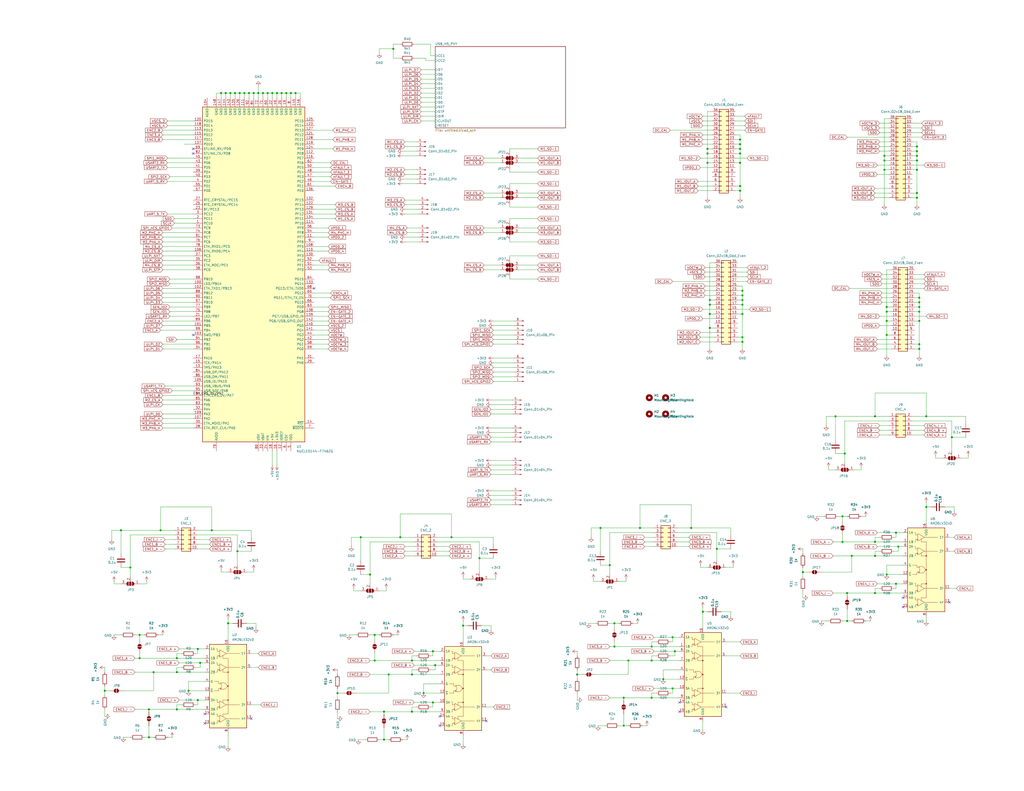
<source format=kicad_sch>
(kicad_sch (version 20231120) (generator "eeschema") (generator_version "8.0")
  (paper "C")
  (junction (at 482.6 92.71))
  (junction (at 501.65 162.56))
  (junction (at 387.35 179.07))
  (junction (at 102.87 377.19))
  (junction (at 153.67 50.8))
  (junction (at 57.15 377.19))
  (junction (at 483.87 167.64))
  (junction (at 148.59 50.8))
  (junction (at 335.28 353.06))
  (junction (at 482.6 87.63))
  (junction (at 405.13 163.83))
  (junction (at 349.25 288.29))
  (junction (at 332.74 308.61))
  (junction (at 377.19 288.29))
  (junction (at 403.86 83.82))
  (junction (at 76.2 346.71))
  (junction (at 500.38 80.01))
  (junction (at 209.55 403.86))
  (junction (at 76.2 359.41))
  (junction (at 488.95 318.77))
  (junction (at 140.97 50.8))
  (junction (at 236.22 383.54))
  (junction (at 500.38 85.09))
  (junction (at 355.6 353.06))
  (junction (at 340.36 381))
  (junction (at 403.86 78.74))
  (junction (at 340.36 396.24))
  (junction (at 455.93 227.33))
  (junction (at 231.14 378.46))
  (junction (at 133.35 50.8))
  (junction (at 405.13 171.45))
  (junction (at 501.65 170.18))
  (junction (at 96.52 387.35))
  (junction (at 87.63 289.56))
  (junction (at 519.43 238.76))
  (junction (at 66.04 289.56))
  (junction (at 483.87 182.88))
  (junction (at 500.38 92.71))
  (junction (at 115.57 289.56))
  (junction (at 501.65 165.1))
  (junction (at 156.21 50.8))
  (junction (at 405.13 166.37))
  (junction (at 500.38 82.55))
  (junction (at 403.86 81.28))
  (junction (at 204.47 346.71))
  (junction (at 107.95 382.27))
  (junction (at 403.86 104.14))
  (junction (at 477.52 303.53))
  (junction (at 146.05 50.8))
  (junction (at 124.46 340.36))
  (junction (at 129.54 300.99))
  (junction (at 387.35 163.83))
  (junction (at 501.65 175.26))
  (junction (at 143.51 50.8))
  (junction (at 501.65 187.96))
  (junction (at 361.95 370.84))
  (junction (at 109.22 361.95))
  (junction (at 405.13 161.29))
  (junction (at 209.55 388.62))
  (junction (at 138.43 50.8))
  (junction (at 461.01 247.65))
  (junction (at 130.81 50.8))
  (junction (at 314.96 368.3))
  (junction (at 184.15 378.46))
  (junction (at 246.38 293.37))
  (junction (at 355.6 381))
  (junction (at 459.74 281.94))
  (junction (at 135.89 50.8))
  (junction (at 477.52 227.33))
  (junction (at 214.63 26.67))
  (junction (at 96.52 359.41))
  (junction (at 81.28 402.59))
  (junction (at 483.87 170.18))
  (junction (at 482.6 85.09))
  (junction (at 107.95 354.33))
  (junction (at 391.16 299.72))
  (junction (at 125.73 50.8))
  (junction (at 237.49 363.22))
  (junction (at 383.54 334.01))
  (junction (at 403.86 88.9))
  (junction (at 405.13 184.15))
  (junction (at 252.73 341.63))
  (junction (at 403.86 76.2))
  (junction (at 71.12 309.88))
  (junction (at 161.29 50.8))
  (junction (at 477.52 323.85))
  (junction (at 367.03 375.92))
  (junction (at 204.47 360.68))
  (junction (at 464.82 303.53))
  (junction (at 81.28 387.35))
  (junction (at 488.95 290.83))
  (junction (at 477.52 295.91))
  (junction (at 387.35 171.45))
  (junction (at 462.28 323.85))
  (junction (at 327.66 288.29))
  (junction (at 224.79 368.3))
  (junction (at 500.38 87.63))
  (junction (at 386.08 88.9))
  (junction (at 151.13 50.8))
  (junction (at 438.15 312.42))
  (junction (at 123.19 50.8))
  (junction (at 490.22 298.45))
  (junction (at 367.03 347.98))
  (junction (at 368.3 355.6))
  (junction (at 505.46 227.33))
  (junction (at 224.79 360.68))
  (junction (at 218.44 293.37))
  (junction (at 335.28 340.36))
  (junction (at 212.09 368.3))
  (junction (at 501.65 190.5))
  (junction (at 386.08 83.82))
  (junction (at 405.13 186.69))
  (junction (at 386.08 81.28))
  (junction (at 501.65 167.64))
  (junction (at 342.9 360.68))
  (junction (at 505.46 276.86))
  (junction (at 500.38 105.41))
  (junction (at 261.62 304.8))
  (junction (at 120.65 50.8))
  (junction (at 128.27 50.8))
  (junction (at 158.75 50.8))
  (junction (at 83.82 367.03))
  (junction (at 462.28 339.09))
  (junction (at 483.87 175.26))
  (junction (at 405.13 158.75))
  (junction (at 355.6 360.68))
  (junction (at 201.93 313.69))
  (junction (at 500.38 107.95))
  (junction (at 387.35 166.37))
  (junction (at 236.22 355.6))
  (junction (at 224.79 388.62))
  (junction (at 96.52 367.03))
  (junction (at 459.74 295.91))
  (junction (at 403.86 101.6))
  (junction (at 196.85 293.37))
  (junction (at 483.87 313.69))
  (no_connect (at 518.16 328.93))
  (no_connect (at 240.03 391.16))
  (no_connect (at 492.76 326.39))
  (no_connect (at 370.84 383.54))
  (no_connect (at 111.76 394.97))
  (no_connect (at 137.16 392.43))
  (no_connect (at 240.03 396.24))
  (no_connect (at 171.45 157.48))
  (no_connect (at 105.41 182.88))
  (no_connect (at 111.76 389.89))
  (no_connect (at 370.84 388.62))
  (no_connect (at 105.41 81.28))
  (no_connect (at 492.76 331.47))
  (no_connect (at 265.43 393.7))
  (no_connect (at 105.41 83.82))
  (no_connect (at 396.24 386.08))
  (wire (pts (xy 398.78 288.29) (xy 377.19 288.29)))
  (wire (pts (xy 497.84 72.39) (xy 502.92 72.39)))
  (wire (pts (xy 224.79 365.76) (xy 224.79 368.3)))
  (wire (pts (xy 448.31 339.09) (xy 452.12 339.09)))
  (wire (pts (xy 99.06 364.49) (xy 96.52 364.49)))
  (wire (pts (xy 278.13 82.55) (xy 278.13 81.28)))
  (wire (pts (xy 218.44 280.67) (xy 246.38 280.67)))
  (wire (pts (xy 88.9 160.02) (xy 105.41 160.02)))
  (wire (pts (xy 402.59 148.59) (xy 407.67 148.59)))
  (wire (pts (xy 351.79 293.37) (xy 356.87 293.37)))
  (wire (pts (xy 222.25 127) (xy 228.6 127)))
  (wire (pts (xy 138.43 312.42) (xy 138.43 311.15)))
  (wire (pts (xy 314.96 368.3) (xy 314.96 365.76)))
  (wire (pts (xy 386.08 309.88) (xy 382.27 309.88)))
  (wire (pts (xy 184.15 392.43) (xy 184.15 388.62)))
  (wire (pts (xy 267.97 241.3) (xy 279.4 241.3)))
  (wire (pts (xy 387.35 166.37) (xy 389.89 166.37)))
  (wire (pts (xy 483.87 167.64) (xy 483.87 147.32)))
  (wire (pts (xy 190.5 346.71) (xy 194.31 346.71)))
  (wire (pts (xy 369.57 290.83) (xy 391.16 290.83)))
  (wire (pts (xy 88.9 175.26) (xy 105.41 175.26)))
  (wire (pts (xy 505.46 214.63) (xy 505.46 227.33)))
  (wire (pts (xy 500.38 85.09) (xy 500.38 87.63)))
  (wire (pts (xy 88.9 139.7) (xy 105.41 139.7)))
  (wire (pts (xy 137.16 356.87) (xy 140.97 356.87)))
  (wire (pts (xy 120.65 50.8) (xy 123.19 50.8)))
  (wire (pts (xy 134.62 312.42) (xy 138.43 312.42)))
  (wire (pts (xy 500.38 82.55) (xy 500.38 85.09)))
  (wire (pts (xy 500.38 77.47) (xy 500.38 80.01)))
  (wire (pts (xy 454.66 323.85) (xy 462.28 323.85)))
  (wire (pts (xy 219.71 97.79) (xy 227.33 97.79)))
  (wire (pts (xy 382.27 86.36) (xy 388.62 86.36)))
  (wire (pts (xy 201.93 388.62) (xy 209.55 388.62)))
  (wire (pts (xy 401.32 88.9) (xy 403.86 88.9)))
  (wire (pts (xy 480.06 237.49) (xy 485.14 237.49)))
  (wire (pts (xy 487.68 300.99) (xy 490.22 300.99)))
  (wire (pts (xy 518.16 293.37) (xy 520.7 293.37)))
  (wire (pts (xy 369.57 295.91) (xy 375.92 295.91)))
  (wire (pts (xy 207.01 29.21) (xy 207.01 26.67)))
  (wire (pts (xy 219.71 82.55) (xy 227.33 82.55)))
  (wire (pts (xy 71.12 309.88) (xy 71.12 314.96)))
  (wire (pts (xy 137.16 293.37) (xy 137.16 289.56)))
  (wire (pts (xy 88.9 73.66) (xy 105.41 73.66)))
  (wire (pts (xy 483.87 182.88) (xy 486.41 182.88)))
  (wire (pts (xy 256.54 316.23) (xy 252.73 316.23)))
  (wire (pts (xy 226.06 363.22) (xy 237.49 363.22)))
  (wire (pts (xy 501.65 175.26) (xy 501.65 187.96)))
  (wire (pts (xy 332.74 340.36) (xy 335.28 340.36)))
  (wire (pts (xy 100.33 78.74) (xy 105.41 78.74)))
  (wire (pts (xy 88.9 142.24) (xy 105.41 142.24)))
  (wire (pts (xy 269.24 205.74) (xy 280.67 205.74)))
  (wire (pts (xy 137.16 289.56) (xy 115.57 289.56)))
  (wire (pts (xy 93.98 213.36) (xy 105.41 213.36)))
  (wire (pts (xy 355.6 381) (xy 370.84 381)))
  (wire (pts (xy 227.33 386.08) (xy 224.79 386.08)))
  (wire (pts (xy 499.11 160.02) (xy 501.65 160.02)))
  (wire (pts (xy 469.9 281.94) (xy 472.44 281.94)))
  (wire (pts (xy 480.06 232.41) (xy 485.14 232.41)))
  (wire (pts (xy 76.2 359.41) (xy 73.66 359.41)))
  (wire (pts (xy 171.45 175.26) (xy 179.07 175.26)))
  (wire (pts (xy 210.82 322.58) (xy 210.82 321.31)))
  (wire (pts (xy 349.25 288.29) (xy 356.87 288.29)))
  (wire (pts (xy 355.6 350.52) (xy 355.6 353.06)))
  (wire (pts (xy 201.93 313.69) (xy 196.85 313.69)))
  (wire (pts (xy 57.15 367.03) (xy 57.15 364.49)))
  (wire (pts (xy 377.19 288.29) (xy 369.57 288.29)))
  (wire (pts (xy 501.65 162.56) (xy 501.65 165.1)))
  (wire (pts (xy 499.11 162.56) (xy 501.65 162.56)))
  (wire (pts (xy 102.87 372.11) (xy 111.76 372.11)))
  (wire (pts (xy 88.9 71.12) (xy 105.41 71.12)))
  (wire (pts (xy 224.79 360.68) (xy 240.03 360.68)))
  (wire (pts (xy 278.13 113.03) (xy 293.37 113.03)))
  (wire (pts (xy 67.31 402.59) (xy 71.12 402.59)))
  (wire (pts (xy 342.9 368.3) (xy 342.9 360.68)))
  (wire (pts (xy 231.14 373.38) (xy 240.03 373.38)))
  (wire (pts (xy 267.97 218.44) (xy 279.4 218.44)))
  (wire (pts (xy 209.55 403.86) (xy 212.09 403.86)))
  (wire (pts (xy 231.14 378.46) (xy 240.03 378.46)))
  (wire (pts (xy 207.01 322.58) (xy 210.82 322.58)))
  (wire (pts (xy 383.54 66.04) (xy 388.62 66.04)))
  (wire (pts (xy 402.59 158.75) (xy 405.13 158.75)))
  (wire (pts (xy 497.84 82.55) (xy 500.38 82.55)))
  (wire (pts (xy 483.87 170.18) (xy 486.41 170.18)))
  (wire (pts (xy 237.49 33.02) (xy 232.41 33.02)))
  (wire (pts (xy 402.59 163.83) (xy 405.13 163.83)))
  (wire (pts (xy 384.81 151.13) (xy 389.89 151.13)))
  (wire (pts (xy 477.52 293.37) (xy 477.52 295.91)))
  (wire (pts (xy 218.44 293.37) (xy 218.44 280.67)))
  (wire (pts (xy 87.63 180.34) (xy 105.41 180.34)))
  (wire (pts (xy 497.84 74.93) (xy 502.92 74.93)))
  (wire (pts (xy 109.22 361.95) (xy 111.76 361.95)))
  (wire (pts (xy 83.82 367.03) (xy 73.66 367.03)))
  (wire (pts (xy 171.45 124.46) (xy 179.07 124.46)))
  (wire (pts (xy 91.44 88.9) (xy 105.41 88.9)))
  (wire (pts (xy 246.38 280.67) (xy 246.38 293.37)))
  (wire (pts (xy 267.97 236.22) (xy 279.4 236.22)))
  (wire (pts (xy 171.45 129.54) (xy 179.07 129.54)))
  (wire (pts (xy 232.41 31.75) (xy 226.06 31.75)))
  (wire (pts (xy 88.9 218.44) (xy 105.41 218.44)))
  (wire (pts (xy 267.97 226.06) (xy 279.4 226.06)))
  (wire (pts (xy 97.79 354.33) (xy 107.95 354.33)))
  (wire (pts (xy 477.52 303.53) (xy 492.76 303.53)))
  (wire (pts (xy 264.16 147.32) (xy 273.05 147.32)))
  (wire (pts (xy 269.24 297.18) (xy 269.24 293.37)))
  (wire (pts (xy 171.45 96.52) (xy 180.34 96.52)))
  (wire (pts (xy 464.82 303.53) (xy 454.66 303.53)))
  (wire (pts (xy 405.13 161.29) (xy 405.13 163.83)))
  (wire (pts (xy 269.24 187.96) (xy 280.67 187.96)))
  (wire (pts (xy 382.27 184.15) (xy 389.89 184.15)))
  (wire (pts (xy 171.45 147.32) (xy 179.07 147.32)))
  (wire (pts (xy 462.28 323.85) (xy 462.28 325.12)))
  (wire (pts (xy 459.74 281.94) (xy 462.28 281.94)))
  (wire (pts (xy 96.52 387.35) (xy 111.76 387.35)))
  (wire (pts (xy 161.29 53.34) (xy 161.29 50.8)))
  (wire (pts (xy 510.54 250.19) (xy 510.54 248.92)))
  (wire (pts (xy 445.77 281.94) (xy 449.58 281.94)))
  (wire (pts (xy 86.36 346.71) (xy 88.9 346.71)))
  (wire (pts (xy 322.58 288.29) (xy 322.58 293.37)))
  (wire (pts (xy 482.6 92.71) (xy 485.14 92.71)))
  (wire (pts (xy 269.24 182.88) (xy 280.67 182.88)))
  (wire (pts (xy 229.87 38.1) (xy 237.49 38.1)))
  (wire (pts (xy 383.54 78.74) (xy 388.62 78.74)))
  (wire (pts (xy 92.71 167.64) (xy 105.41 167.64)))
  (wire (pts (xy 229.87 50.8) (xy 237.49 50.8)))
  (wire (pts (xy 383.54 168.91) (xy 389.89 168.91)))
  (wire (pts (xy 267.97 259.08) (xy 279.4 259.08)))
  (wire (pts (xy 387.35 179.07) (xy 387.35 171.45)))
  (wire (pts (xy 204.47 346.71) (xy 207.01 346.71)))
  (wire (pts (xy 488.95 290.83) (xy 492.76 290.83)))
  (wire (pts (xy 377.19 275.59) (xy 377.19 288.29)))
  (wire (pts (xy 358.14 358.14) (xy 355.6 358.14)))
  (wire (pts (xy 398.78 334.01) (xy 398.78 336.55)))
  (wire (pts (xy 204.47 360.68) (xy 224.79 360.68)))
  (wire (pts (xy 515.62 276.86) (xy 520.7 276.86)))
  (wire (pts (xy 265.43 358.14) (xy 267.97 358.14)))
  (wire (pts (xy 401.32 66.04) (xy 406.4 66.04)))
  (wire (pts (xy 220.98 80.01) (xy 227.33 80.01)))
  (wire (pts (xy 238.76 300.99) (xy 245.11 300.99)))
  (wire (pts (xy 91.44 99.06) (xy 105.41 99.06)))
  (wire (pts (xy 220.98 116.84) (xy 228.6 116.84)))
  (wire (pts (xy 88.9 165.1) (xy 105.41 165.1)))
  (wire (pts (xy 269.24 180.34) (xy 280.67 180.34)))
  (wire (pts (xy 396.24 378.46) (xy 403.86 378.46)))
  (wire (pts (xy 499.11 149.86) (xy 504.19 149.86)))
  (wire (pts (xy 76.2 359.41) (xy 96.52 359.41)))
  (wire (pts (xy 481.33 154.94) (xy 486.41 154.94)))
  (wire (pts (xy 314.96 358.14) (xy 314.96 355.6)))
  (wire (pts (xy 115.57 289.56) (xy 107.95 289.56)))
  (wire (pts (xy 204.47 346.71) (xy 204.47 349.25)))
  (wire (pts (xy 171.45 71.12) (xy 181.61 71.12)))
  (wire (pts (xy 327.66 288.29) (xy 327.66 300.99)))
  (wire (pts (xy 278.13 151.13) (xy 278.13 152.4)))
  (wire (pts (xy 387.35 143.51) (xy 389.89 143.51)))
  (wire (pts (xy 361.95 365.76) (xy 370.84 365.76)))
  (wire (pts (xy 383.54 173.99) (xy 389.89 173.99)))
  (wire (pts (xy 483.87 147.32) (xy 486.41 147.32)))
  (wire (pts (xy 269.24 177.8) (xy 280.67 177.8)))
  (wire (pts (xy 278.13 92.71) (xy 278.13 93.98)))
  (wire (pts (xy 143.51 50.8) (xy 140.97 50.8)))
  (wire (pts (xy 88.9 220.98) (xy 105.41 220.98)))
  (wire (pts (xy 322.58 288.29) (xy 327.66 288.29)))
  (wire (pts (xy 283.21 107.95) (xy 293.37 107.95)))
  (wire (pts (xy 193.04 322.58) (xy 193.04 321.31)))
  (wire (pts (xy 201.93 346.71) (xy 204.47 346.71)))
  (wire (pts (xy 229.87 48.26) (xy 237.49 48.26)))
  (wire (pts (xy 236.22 358.14) (xy 236.22 355.6)))
  (wire (pts (xy 151.13 246.38) (xy 151.13 254)))
  (wire (pts (xy 76.2 346.71) (xy 76.2 349.25)))
  (wire (pts (xy 469.9 256.54) (xy 469.9 255.27)))
  (wire (pts (xy 482.6 111.76) (xy 482.6 92.71)))
  (wire (pts (xy 266.7 316.23) (xy 270.51 316.23)))
  (wire (pts (xy 156.21 50.8) (xy 153.67 50.8)))
  (wire (pts (xy 96.52 359.41) (xy 111.76 359.41)))
  (wire (pts (xy 501.65 170.18) (xy 501.65 175.26)))
  (wire (pts (xy 365.76 71.12) (xy 388.62 71.12)))
  (wire (pts (xy 57.15 377.19) (xy 59.69 377.19)))
  (wire (pts (xy 478.79 190.5) (xy 486.41 190.5)))
  (wire (pts (xy 201.93 313.69) (xy 201.93 318.77)))
  (wire (pts (xy 384.81 156.21) (xy 389.89 156.21)))
  (wire (pts (xy 461.01 229.87) (xy 461.01 247.65)))
  (wire (pts (xy 278.13 101.6) (xy 278.13 100.33)))
  (wire (pts (xy 464.82 303.53) (xy 477.52 303.53)))
  (wire (pts (xy 501.65 167.64) (xy 501.65 170.18)))
  (wire (pts (xy 96.52 185.42) (xy 105.41 185.42)))
  (wire (pts (xy 497.84 90.17) (xy 504.19 90.17)))
  (wire (pts (xy 501.65 187.96) (xy 501.65 190.5)))
  (wire (pts (xy 124.46 337.82) (xy 124.46 340.36)))
  (wire (pts (xy 209.55 388.62) (xy 209.55 389.89)))
  (wire (pts (xy 137.16 300.99) (xy 129.54 300.99)))
  (wire (pts (xy 387.35 163.83) (xy 389.89 163.83)))
  (wire (pts (xy 365.76 358.14) (xy 368.3 358.14)))
  (wire (pts (xy 236.22 386.08) (xy 236.22 383.54)))
  (wire (pts (xy 88.9 228.6) (xy 105.41 228.6)))
  (wire (pts (xy 497.84 87.63) (xy 500.38 87.63)))
  (wire (pts (xy 57.15 391.16) (xy 57.15 387.35)))
  (wire (pts (xy 283.21 127) (xy 293.37 127)))
  (wire (pts (xy 519.43 229.87) (xy 519.43 238.76)))
  (wire (pts (xy 452.12 256.54) (xy 452.12 255.27)))
  (wire (pts (xy 480.06 72.39) (xy 485.14 72.39)))
  (wire (pts (xy 501.65 160.02) (xy 501.65 162.56)))
  (wire (pts (xy 351.79 295.91) (xy 356.87 295.91)))
  (wire (pts (xy 261.62 304.8) (xy 261.62 312.42)))
  (wire (pts (xy 283.21 144.78) (xy 293.37 144.78)))
  (wire (pts (xy 402.59 171.45) (xy 405.13 171.45)))
  (wire (pts (xy 96.52 367.03) (xy 111.76 367.03)))
  (wire (pts (xy 191.77 293.37) (xy 196.85 293.37)))
  (wire (pts (xy 269.24 175.26) (xy 280.67 175.26)))
  (wire (pts (xy 264.16 88.9) (xy 273.05 88.9)))
  (wire (pts (xy 218.44 31.75) (xy 214.63 31.75)))
  (wire (pts (xy 403.86 88.9) (xy 403.86 101.6)))
  (wire (pts (xy 87.63 289.56) (xy 87.63 276.86)))
  (wire (pts (xy 171.45 88.9) (xy 180.34 88.9)))
  (wire (pts (xy 396.24 358.14) (xy 403.86 358.14)))
  (wire (pts (xy 87.63 289.56) (xy 95.25 289.56)))
  (wire (pts (xy 207.01 26.67) (xy 214.63 26.67)))
  (wire (pts (xy 483.87 175.26) (xy 483.87 170.18)))
  (wire (pts (xy 267.97 238.76) (xy 279.4 238.76)))
  (wire (pts (xy 130.81 50.8) (xy 130.81 53.34)))
  (wire (pts (xy 501.65 190.5) (xy 501.65 194.31)))
  (wire (pts (xy 401.32 73.66) (xy 403.86 73.66)))
  (wire (pts (xy 91.44 66.04) (xy 105.41 66.04)))
  (wire (pts (xy 269.24 200.66) (xy 280.67 200.66)))
  (wire (pts (xy 278.13 119.38) (xy 293.37 119.38)))
  (wire (pts (xy 480.06 177.8) (xy 486.41 177.8)))
  (wire (pts (xy 278.13 152.4) (xy 293.37 152.4)))
  (wire (pts (xy 153.67 50.8) (xy 151.13 50.8)))
  (wire (pts (xy 403.86 76.2) (xy 403.86 78.74)))
  (wire (pts (xy 401.32 78.74) (xy 403.86 78.74)))
  (wire (pts (xy 499.11 190.5) (xy 501.65 190.5)))
  (wire (pts (xy 107.95 294.64) (xy 114.3 294.64)))
  (wire (pts (xy 267.97 223.52) (xy 279.4 223.52)))
  (wire (pts (xy 265.43 365.76) (xy 267.97 365.76)))
  (wire (pts (xy 138.43 50.8) (xy 138.43 53.34)))
  (wire (pts (xy 514.35 250.19) (xy 510.54 250.19)))
  (wire (pts (xy 387.35 163.83) (xy 387.35 143.51)))
  (wire (pts (xy 405.13 184.15) (xy 405.13 186.69)))
  (wire (pts (xy 497.84 80.01) (xy 500.38 80.01)))
  (wire (pts (xy 350.52 396.24) (xy 353.06 396.24)))
  (wire (pts (xy 497.84 92.71) (xy 500.38 92.71)))
  (wire (pts (xy 252.73 341.63) (xy 255.27 341.63)))
  (wire (pts (xy 109.22 364.49) (xy 109.22 361.95)))
  (wire (pts (xy 480.06 234.95) (xy 485.14 234.95)))
  (wire (pts (xy 96.52 384.81) (xy 96.52 387.35)))
  (wire (pts (xy 120.65 312.42) (xy 120.65 311.15)))
  (wire (pts (xy 393.7 334.01) (xy 398.78 334.01)))
  (wire (pts (xy 267.97 270.51) (xy 279.4 270.51)))
  (wire (pts (xy 264.16 144.78) (xy 273.05 144.78)))
  (wire (pts (xy 278.13 139.7) (xy 293.37 139.7)))
  (wire (pts (xy 209.55 388.62) (xy 224.79 388.62)))
  (wire (pts (xy 107.95 292.1) (xy 129.54 292.1)))
  (wire (pts (xy 481.33 162.56) (xy 486.41 162.56)))
  (wire (pts (xy 457.2 281.94) (xy 459.74 281.94)))
  (wire (pts (xy 171.45 167.64) (xy 179.07 167.64)))
  (wire (pts (xy 91.44 91.44) (xy 105.41 91.44)))
  (wire (pts (xy 500.38 107.95) (xy 500.38 111.76)))
  (wire (pts (xy 402.59 156.21) (xy 405.13 156.21)))
  (wire (pts (xy 252.73 339.09) (xy 252.73 341.63)))
  (wire (pts (xy 466.09 256.54) (xy 469.9 256.54)))
  (wire (pts (xy 60.96 289.56) (xy 60.96 294.64)))
  (wire (pts (xy 106.68 384.81) (xy 107.95 384.81)))
  (wire (pts (xy 124.46 340.36) (xy 127 340.36)))
  (wire (pts (xy 267.97 341.63) (xy 267.97 344.17)))
  (wire (pts (xy 383.54 76.2) (xy 388.62 76.2)))
  (wire (pts (xy 402.59 146.05) (xy 407.67 146.05)))
  (wire (pts (xy 128.27 50.8) (xy 125.73 50.8)))
  (wire (pts (xy 194.31 378.46) (xy 212.09 378.46)))
  (wire (pts (xy 335.28 340.36) (xy 335.28 342.9)))
  (wire (pts (xy 269.24 195.58) (xy 280.67 195.58)))
  (wire (pts (xy 398.78 299.72) (xy 391.16 299.72)))
  (wire (pts (xy 138.43 50.8) (xy 135.89 50.8)))
  (wire (pts (xy 88.9 147.32) (xy 105.41 147.32)))
  (wire (pts (xy 355.6 358.14) (xy 355.6 360.68)))
  (wire (pts (xy 528.32 250.19) (xy 528.32 248.92)))
  (wire (pts (xy 171.45 111.76) (xy 182.88 111.76)))
  (wire (pts (xy 381 99.06) (xy 388.62 99.06)))
  (wire (pts (xy 518.16 300.99) (xy 520.7 300.99)))
  (wire (pts (xy 212.09 368.3) (xy 201.93 368.3)))
  (wire (pts (xy 382.27 181.61) (xy 389.89 181.61)))
  (wire (pts (xy 171.45 137.16) (xy 179.07 137.16)))
  (wire (pts (xy 438.15 302.26) (xy 438.15 299.72)))
  (wire (pts (xy 403.86 73.66) (xy 403.86 76.2)))
  (wire (pts (xy 327.66 317.5) (xy 323.85 317.5)))
  (wire (pts (xy 478.79 298.45) (xy 490.22 298.45)))
  (wire (pts (xy 332.74 290.83) (xy 332.74 308.61)))
  (wire (pts (xy 107.95 384.81) (xy 107.95 382.27)))
  (wire (pts (xy 527.05 231.14) (xy 527.05 227.33)))
  (wire (pts (xy 220.98 111.76) (xy 228.6 111.76)))
  (wire (pts (xy 340.36 381) (xy 340.36 382.27)))
  (wire (pts (xy 459.74 295.91) (xy 477.52 295.91)))
  (wire (pts (xy 370.84 375.92) (xy 367.03 375.92)))
  (wire (pts (xy 237.49 365.76) (xy 237.49 363.22)))
  (wire (pts (xy 396.24 309.88) (xy 400.05 309.88)))
  (wire (pts (xy 264.16 127) (xy 273.05 127)))
  (wire (pts (xy 214.63 31.75) (xy 214.63 26.67)))
  (wire (pts (xy 387.35 166.37) (xy 387.35 163.83)))
  (wire (pts (xy 171.45 177.8) (xy 179.07 177.8)))
  (wire (pts (xy 171.45 142.24) (xy 173.99 142.24)))
  (wire (pts (xy 405.13 156.21) (xy 405.13 158.75)))
  (wire (pts (xy 335.28 353.06) (xy 332.74 353.06)))
  (wire (pts (xy 478.79 290.83) (xy 488.95 290.83)))
  (wire (pts (xy 321.31 340.36) (xy 325.12 340.36)))
  (wire (pts (xy 107.95 299.72) (xy 114.3 299.72)))
  (wire (pts (xy 267.97 251.46) (xy 279.4 251.46)))
  (wire (pts (xy 88.9 127) (xy 105.41 127)))
  (wire (pts (xy 115.57 276.86) (xy 115.57 289.56)))
  (wire (pts (xy 120.65 50.8) (xy 120.65 53.34)))
  (wire (pts (xy 91.44 68.58) (xy 105.41 68.58)))
  (wire (pts (xy 73.66 387.35) (xy 81.28 387.35)))
  (wire (pts (xy 332.74 308.61) (xy 327.66 308.61)))
  (wire (pts (xy 367.03 375.92) (xy 356.87 375.92)))
  (wire (pts (xy 477.52 323.85) (xy 492.76 323.85)))
  (wire (pts (xy 156.21 50.8) (xy 156.21 53.34)))
  (wire (pts (xy 340.36 396.24) (xy 342.9 396.24)))
  (wire (pts (xy 83.82 377.19) (xy 83.82 367.03)))
  (wire (pts (xy 382.27 186.69) (xy 389.89 186.69)))
  (wire (pts (xy 499.11 165.1) (xy 501.65 165.1)))
  (wire (pts (xy 405.13 163.83) (xy 405.13 166.37)))
  (wire (pts (xy 220.98 109.22) (xy 228.6 109.22)))
  (wire (pts (xy 459.74 292.1) (xy 459.74 295.91)))
  (wire (pts (xy 497.84 105.41) (xy 500.38 105.41)))
  (wire (pts (xy 386.08 88.9) (xy 388.62 88.9)))
  (wire (pts (xy 361.95 370.84) (xy 361.95 365.76)))
  (wire (pts (xy 335.28 353.06) (xy 355.6 353.06)))
  (wire (pts (xy 332.74 308.61) (xy 332.74 313.69)))
  (wire (pts (xy 401.32 81.28) (xy 403.86 81.28)))
  (wire (pts (xy 201.93 295.91) (xy 201.93 313.69)))
  (wire (pts (xy 96.52 356.87) (xy 96.52 359.41)))
  (wire (pts (xy 95.25 119.38) (xy 105.41 119.38)))
  (wire (pts (xy 171.45 76.2) (xy 181.61 76.2)))
  (wire (pts (xy 505.46 336.55) (xy 505.46 339.09)))
  (wire (pts (xy 171.45 101.6) (xy 182.88 101.6)))
  (wire (pts (xy 106.68 356.87) (xy 107.95 356.87)))
  (wire (pts (xy 133.35 50.8) (xy 130.81 50.8)))
  (wire (pts (xy 463.55 157.48) (xy 486.41 157.48)))
  (wire (pts (xy 234.95 365.76) (xy 237.49 365.76)))
  (wire (pts (xy 220.98 303.53) (xy 226.06 303.53)))
  (wire (pts (xy 527.05 227.33) (xy 505.46 227.33)))
  (wire (pts (xy 480.06 77.47) (xy 485.14 77.47)))
  (wire (pts (xy 403.86 81.28) (xy 403.86 83.82)))
  (wire (pts (xy 524.51 250.19) (xy 528.32 250.19)))
  (wire (pts (xy 264.16 86.36) (xy 273.05 86.36)))
  (wire (pts (xy 171.45 172.72) (xy 179.07 172.72)))
  (wire (pts (xy 499.11 175.26) (xy 501.65 175.26)))
  (wire (pts (xy 278.13 140.97) (xy 278.13 139.7)))
  (wire (pts (xy 171.45 119.38) (xy 182.88 119.38)))
  (wire (pts (xy 102.87 377.19) (xy 111.76 377.19)))
  (wire (pts (xy 483.87 170.18) (xy 483.87 167.64)))
  (wire (pts (xy 135.89 50.8) (xy 135.89 53.34)))
  (wire (pts (xy 482.6 85.09) (xy 485.14 85.09)))
  (wire (pts (xy 450.85 227.33) (xy 455.93 227.33)))
  (wire (pts (xy 499.11 167.64) (xy 501.65 167.64)))
  (wire (pts (xy 252.73 316.23) (xy 252.73 314.96)))
  (wire (pts (xy 367.03 378.46) (xy 367.03 375.92)))
  (wire (pts (xy 454.66 295.91) (xy 459.74 295.91)))
  (wire (pts (xy 401.32 76.2) (xy 403.86 76.2)))
  (wire (pts (xy 500.38 87.63) (xy 500.38 92.71)))
  (wire (pts (xy 401.32 63.5) (xy 406.4 63.5)))
  (wire (pts (xy 88.9 76.2) (xy 105.41 76.2)))
  (wire (pts (xy 88.9 231.14) (xy 105.41 231.14)))
  (wire (pts (xy 184.15 378.46) (xy 184.15 375.92)))
  (wire (pts (xy 57.15 379.73) (xy 57.15 377.19)))
  (wire (pts (xy 349.25 288.29) (xy 349.25 275.59)))
  (wire (pts (xy 88.9 177.8) (xy 105.41 177.8)))
  (wire (pts (xy 171.45 127) (xy 179.07 127)))
  (wire (pts (xy 480.06 67.31) (xy 485.14 67.31)))
  (wire (pts (xy 349.25 275.59) (xy 377.19 275.59)))
  (wire (pts (xy 438.15 312.42) (xy 440.69 312.42)))
  (wire (pts (xy 477.52 107.95) (xy 485.14 107.95)))
  (wire (pts (xy 229.87 58.42) (xy 237.49 58.42)))
  (wire (pts (xy 92.71 96.52) (xy 105.41 96.52)))
  (wire (pts (xy 483.87 167.64) (xy 486.41 167.64)))
  (wire (pts (xy 477.52 105.41) (xy 485.14 105.41)))
  (wire (pts (xy 97.79 361.95) (xy 109.22 361.95)))
  (wire (pts (xy 81.28 387.35) (xy 96.52 387.35)))
  (wire (pts (xy 383.54 331.47) (xy 383.54 334.01)))
  (wire (pts (xy 283.21 86.36) (xy 293.37 86.36)))
  (wire (pts (xy 88.9 190.5) (xy 105.41 190.5)))
  (wire (pts (xy 358.14 378.46) (xy 355.6 378.46)))
  (wire (pts (xy 267.97 273.05) (xy 279.4 273.05)))
  (wire (pts (xy 195.58 403.86) (xy 199.39 403.86)))
  (wire (pts (xy 369.57 293.37) (xy 375.92 293.37)))
  (wire (pts (xy 124.46 312.42) (xy 120.65 312.42)))
  (wire (pts (xy 455.93 227.33) (xy 477.52 227.33)))
  (wire (pts (xy 229.87 43.18) (xy 237.49 43.18)))
  (wire (pts (xy 90.17 210.82) (xy 105.41 210.82)))
  (wire (pts (xy 236.22 383.54) (xy 226.06 383.54)))
  (wire (pts (xy 405.13 166.37) (xy 405.13 171.45)))
  (wire (pts (xy 283.21 147.32) (xy 293.37 147.32)))
  (wire (pts (xy 88.9 162.56) (xy 105.41 162.56)))
  (wire (pts (xy 140.97 50.8) (xy 138.43 50.8)))
  (wire (pts (xy 125.73 50.8) (xy 125.73 53.34)))
  (wire (pts (xy 314.96 368.3) (xy 317.5 368.3)))
  (wire (pts (xy 238.76 298.45) (xy 245.11 298.45)))
  (wire (pts (xy 220.98 132.08) (xy 228.6 132.08)))
  (wire (pts (xy 184.15 368.3) (xy 184.15 365.76)))
  (wire (pts (xy 383.54 334.01) (xy 386.08 334.01)))
  (wire (pts (xy 137.16 364.49) (xy 140.97 364.49)))
  (wire (pts (xy 184.15 378.46) (xy 186.69 378.46)))
  (wire (pts (xy 96.52 364.49) (xy 96.52 367.03)))
  (wire (pts (xy 71.12 292.1) (xy 71.12 309.88)))
  (wire (pts (xy 204.47 360.68) (xy 201.93 360.68)))
  (wire (pts (xy 478.79 185.42) (xy 486.41 185.42)))
  (wire (pts (xy 171.45 144.78) (xy 179.07 144.78)))
  (wire (pts (xy 403.86 78.74) (xy 403.86 81.28)))
  (wire (pts (xy 402.59 151.13) (xy 407.67 151.13)))
  (wire (pts (xy 356.87 347.98) (xy 367.03 347.98)))
  (wire (pts (xy 219.71 85.09) (xy 227.33 85.09)))
  (wire (pts (xy 151.13 50.8) (xy 148.59 50.8)))
  (wire (pts (xy 252.73 401.32) (xy 252.73 406.4)))
  (wire (pts (xy 367.03 350.52) (xy 367.03 347.98)))
  (wire (pts (xy 342.9 360.68) (xy 355.6 360.68)))
  (wire (pts (xy 60.96 289.56) (xy 66.04 289.56)))
  (wire (pts (xy 220.98 298.45) (xy 226.06 298.45)))
  (wire (pts (xy 398.78 292.1) (xy 398.78 288.29)))
  (wire (pts (xy 477.52 295.91) (xy 492.76 295.91)))
  (wire (pts (xy 464.82 312.42) (xy 464.82 303.53)))
  (wire (pts (xy 171.45 91.44) (xy 180.34 91.44)))
  (wire (pts (xy 341.63 317.5) (xy 341.63 316.23)))
  (wire (pts (xy 234.95 358.14) (xy 236.22 358.14)))
  (wire (pts (xy 403.86 83.82) (xy 403.86 88.9)))
  (wire (pts (xy 191.77 293.37) (xy 191.77 298.45)))
  (wire (pts (xy 171.45 114.3) (xy 182.88 114.3)))
  (wire (pts (xy 505.46 276.86) (xy 505.46 285.75)))
  (wire (pts (xy 252.73 341.63) (xy 252.73 350.52)))
  (wire (pts (xy 73.66 346.71) (xy 76.2 346.71)))
  (wire (pts (xy 278.13 100.33) (xy 293.37 100.33)))
  (wire (pts (xy 497.84 229.87) (xy 519.43 229.87)))
  (wire (pts (xy 134.62 340.36) (xy 139.7 340.36)))
  (wire (pts (xy 283.21 88.9) (xy 293.37 88.9)))
  (wire (pts (xy 487.68 321.31) (xy 488.95 321.31)))
  (wire (pts (xy 448.31 312.42) (xy 464.82 312.42)))
  (wire (pts (xy 88.9 137.16) (xy 105.41 137.16)))
  (wire (pts (xy 234.95 24.13) (xy 226.06 24.13)))
  (wire (pts (xy 499.11 187.96) (xy 501.65 187.96)))
  (wire (pts (xy 88.9 129.54) (xy 105.41 129.54)))
  (wire (pts (xy 125.73 50.8) (xy 123.19 50.8)))
  (wire (pts (xy 106.68 364.49) (xy 109.22 364.49)))
  (wire (pts (xy 196.85 293.37) (xy 218.44 293.37)))
  (wire (pts (xy 209.55 397.51) (xy 209.55 403.86)))
  (wire (pts (xy 402.59 153.67) (xy 407.67 153.67)))
  (wire (pts (xy 88.9 134.62) (xy 105.41 134.62)))
  (wire (pts (xy 237.49 30.48) (xy 234.95 30.48)))
  (wire (pts (xy 171.45 190.5) (xy 179.07 190.5)))
  (wire (pts (xy 229.87 53.34) (xy 237.49 53.34)))
  (wire (pts (xy 267.97 254) (xy 279.4 254)))
  (wire (pts (xy 500.38 80.01) (xy 500.38 82.55)))
  (wire (pts (xy 481.33 160.02) (xy 486.41 160.02)))
  (wire (pts (xy 483.87 182.88) (xy 483.87 175.26)))
  (wire (pts (xy 482.6 64.77) (xy 485.14 64.77)))
  (wire (pts (xy 237.49 363.22) (xy 240.03 363.22)))
  (wire (pts (xy 93.98 124.46) (xy 105.41 124.46)))
  (wire (pts (xy 387.35 179.07) (xy 389.89 179.07)))
  (wire (pts (xy 462.28 74.93) (xy 485.14 74.93)))
  (wire (pts (xy 332.74 381) (xy 340.36 381)))
  (wire (pts (xy 497.84 234.95) (xy 504.19 234.95)))
  (wire (pts (xy 129.54 292.1) (xy 129.54 300.99)))
  (wire (pts (xy 171.45 182.88) (xy 179.07 182.88)))
  (wire (pts (xy 481.33 152.4) (xy 486.41 152.4)))
  (wire (pts (xy 340.36 389.89) (xy 340.36 396.24)))
  (wire (pts (xy 267.97 267.97) (xy 279.4 267.97)))
  (wire (pts (xy 81.28 396.24) (xy 81.28 402.59)))
  (wire (pts (xy 386.08 81.28) (xy 386.08 60.96)))
  (wire (pts (xy 158.75 53.34) (xy 158.75 50.8)))
  (wire (pts (xy 405.13 158.75) (xy 405.13 161.29)))
  (wire (pts (xy 402.59 168.91) (xy 408.94 168.91)))
  (wire (pts (xy 226.06 295.91) (xy 201.93 295.91)))
  (wire (pts (xy 171.45 187.96) (xy 179.07 187.96)))
  (wire (pts (xy 356.87 355.6) (xy 368.3 355.6)))
  (wire (pts (xy 386.08 83.82) (xy 386.08 81.28)))
  (wire (pts (xy 278.13 81.28) (xy 293.37 81.28)))
  (wire (pts (xy 367.03 347.98) (xy 370.84 347.98)))
  (wire (pts (xy 401.32 86.36) (xy 407.67 86.36)))
  (wire (pts (xy 196.85 293.37) (xy 196.85 306.07)))
  (wire (pts (xy 480.06 321.31) (xy 477.52 321.31)))
  (wire (pts (xy 90.17 297.18) (xy 95.25 297.18)))
  (wire (pts (xy 383.54 63.5) (xy 388.62 63.5)))
  (wire (pts (xy 238.76 295.91) (xy 261.62 295.91)))
  (wire (pts (xy 477.52 300.99) (xy 477.52 303.53)))
  (wire (pts (xy 91.44 116.84) (xy 105.41 116.84)))
  (wire (pts (xy 383.54 393.7) (xy 383.54 398.78)))
  (wire (pts (xy 153.67 50.8) (xy 153.67 53.34)))
  (wire (pts (xy 387.35 171.45) (xy 387.35 166.37)))
  (wire (pts (xy 499.11 170.18) (xy 501.65 170.18)))
  (wire (pts (xy 214.63 26.67) (xy 214.63 24.13)))
  (wire (pts (xy 481.33 149.86) (xy 486.41 149.86)))
  (wire (pts (xy 462.28 323.85) (xy 477.52 323.85)))
  (wire (pts (xy 483.87 313.69) (xy 492.76 313.69)))
  (wire (pts (xy 482.6 85.09) (xy 482.6 64.77)))
  (wire (pts (xy 163.83 53.34) (xy 163.83 50.8)))
  (wire (pts (xy 140.97 46.99) (xy 140.97 50.8)))
  (wire (pts (xy 355.6 360.68) (xy 370.84 360.68)))
  (wire (pts (xy 171.45 170.18) (xy 179.07 170.18)))
  (wire (pts (xy 269.24 208.28) (xy 280.67 208.28)))
  (wire (pts (xy 269.24 185.42) (xy 280.67 185.42)))
  (wire (pts (xy 137.16 384.81) (xy 142.24 384.81)))
  (wire (pts (xy 477.52 214.63) (xy 505.46 214.63)))
  (wire (pts (xy 207.01 403.86) (xy 209.55 403.86)))
  (wire (pts (xy 76.2 318.77) (xy 80.01 318.77)))
  (wire (pts (xy 62.23 318.77) (xy 62.23 317.5)))
  (wire (pts (xy 148.59 50.8) (xy 148.59 53.34)))
  (wire (pts (xy 402.59 186.69) (xy 405.13 186.69)))
  (wire (pts (xy 90.17 294.64) (xy 95.25 294.64)))
  (wire (pts (xy 220.98 129.54) (xy 228.6 129.54)))
  (wire (pts (xy 337.82 317.5) (xy 341.63 317.5)))
  (wire (pts (xy 472.44 339.09) (xy 474.98 339.09)))
  (wire (pts (xy 501.65 165.1) (xy 501.65 167.64)))
  (wire (pts (xy 382.27 91.44) (xy 388.62 91.44)))
  (wire (pts (xy 62.23 346.71) (xy 66.04 346.71)))
  (wire (pts (xy 88.9 233.68) (xy 105.41 233.68)))
  (wire (pts (xy 224.79 388.62) (xy 240.03 388.62)))
  (wire (pts (xy 488.95 318.77) (xy 478.79 318.77)))
  (wire (pts (xy 278.13 130.81) (xy 278.13 132.08)))
  (wire (pts (xy 135.89 50.8) (xy 133.35 50.8)))
  (wire (pts (xy 234.95 386.08) (xy 236.22 386.08)))
  (wire (pts (xy 264.16 107.95) (xy 273.05 107.95)))
  (wire (pts (xy 488.95 321.31) (xy 488.95 318.77)))
  (wire (pts (xy 229.87 66.04) (xy 237.49 66.04)))
  (wire (pts (xy 314.96 382.27) (xy 314.96 378.46)))
  (wire (pts (xy 369.57 298.45) (xy 375.92 298.45)))
  (wire (pts (xy 218.44 293.37) (xy 226.06 293.37)))
  (wire (pts (xy 57.15 377.19) (xy 57.15 374.65)))
  (wire (pts (xy 267.97 256.54) (xy 279.4 256.54)))
  (wire (pts (xy 88.9 157.48) (xy 105.41 157.48)))
  (wire (pts (xy 220.98 92.71) (xy 227.33 92.71)))
  (wire (pts (xy 478.79 90.17) (xy 485.14 90.17)))
  (wire (pts (xy 226.06 355.6) (xy 236.22 355.6)))
  (wire (pts (xy 143.51 50.8) (xy 143.51 53.34)))
  (wire (pts (xy 455.93 227.33) (xy 455.93 240.03)))
  (wire (pts (xy 402.59 161.29) (xy 405.13 161.29)))
  (wire (pts (xy 118.11 50.8) (xy 120.65 50.8)))
  (wire (pts (xy 402.59 166.37) (xy 405.13 166.37)))
  (wire (pts (xy 487.68 293.37) (xy 488.95 293.37)))
  (wire (pts (xy 92.71 152.4) (xy 105.41 152.4)))
  (wire (pts (xy 461.01 247.65) (xy 461.01 252.73)))
  (wire (pts (xy 91.44 402.59) (xy 93.98 402.59)))
  (wire (pts (xy 314.96 370.84) (xy 314.96 368.3)))
  (wire (pts (xy 383.54 73.66) (xy 388.62 73.66)))
  (wire (pts (xy 483.87 194.31) (xy 483.87 182.88)))
  (wire (pts (xy 278.13 111.76) (xy 278.13 113.03)))
  (wire (pts (xy 403.86 101.6) (xy 403.86 104.14)))
  (wire (pts (xy 358.14 350.52) (xy 355.6 350.52)))
  (wire (pts (xy 450.85 227.33) (xy 450.85 232.41)))
  (wire (pts (xy 401.32 83.82) (xy 403.86 83.82)))
  (wire (pts (xy 171.45 93.98) (xy 180.34 93.98)))
  (wire (pts (xy 477.52 102.87) (xy 485.14 102.87)))
  (wire (pts (xy 459.74 339.09) (xy 462.28 339.09)))
  (wire (pts (xy 88.9 215.9) (xy 105.41 215.9)))
  (wire (pts (xy 384.81 158.75) (xy 389.89 158.75)))
  (wire (pts (xy 92.71 172.72) (xy 105.41 172.72)))
  (wire (pts (xy 224.79 386.08) (xy 224.79 388.62)))
  (wire (pts (xy 171.45 81.28) (xy 181.61 81.28)))
  (wire (pts (xy 66.04 318.77) (xy 62.23 318.77)))
  (wire (pts (xy 323.85 317.5) (xy 323.85 316.23)))
  (wire (pts (xy 382.27 309.88) (xy 382.27 308.61)))
  (wire (pts (xy 212.09 368.3) (xy 224.79 368.3)))
  (wire (pts (xy 386.08 83.82) (xy 388.62 83.82)))
  (wire (pts (xy 401.32 68.58) (xy 406.4 68.58)))
  (wire (pts (xy 269.24 203.2) (xy 280.67 203.2)))
  (wire (pts (xy 78.74 402.59) (xy 81.28 402.59)))
  (wire (pts (xy 220.98 300.99) (xy 226.06 300.99)))
  (wire (pts (xy 482.6 87.63) (xy 485.14 87.63)))
  (wire (pts (xy 499.11 157.48) (xy 504.19 157.48)))
  (wire (pts (xy 95.25 121.92) (xy 105.41 121.92)))
  (wire (pts (xy 227.33 365.76) (xy 224.79 365.76)))
  (wire (pts (xy 326.39 396.24) (xy 330.2 396.24)))
  (wire (pts (xy 387.35 190.5) (xy 387.35 179.07)))
  (wire (pts (xy 462.28 339.09) (xy 464.82 339.09)))
  (wire (pts (xy 95.25 292.1) (xy 71.12 292.1)))
  (wire (pts (xy 386.08 107.95) (xy 386.08 88.9)))
  (wire (pts (xy 88.9 132.08) (xy 105.41 132.08)))
  (wire (pts (xy 238.76 303.53) (xy 245.11 303.53)))
  (wire (pts (xy 335.28 340.36) (xy 337.82 340.36)))
  (wire (pts (xy 107.95 354.33) (xy 111.76 354.33)))
  (wire (pts (xy 229.87 60.96) (xy 237.49 60.96)))
  (wire (pts (xy 219.71 403.86) (xy 222.25 403.86)))
  (wire (pts (xy 269.24 198.12) (xy 280.67 198.12)))
  (wire (pts (xy 492.76 318.77) (xy 488.95 318.77)))
  (wire (pts (xy 220.98 114.3) (xy 228.6 114.3)))
  (wire (pts (xy 477.52 227.33) (xy 477.52 214.63)))
  (wire (pts (xy 240.03 383.54) (xy 236.22 383.54)))
  (wire (pts (xy 480.06 80.01) (xy 485.14 80.01)))
  (wire (pts (xy 91.44 86.36) (xy 105.41 86.36)))
  (wire (pts (xy 220.98 77.47) (xy 227.33 77.47)))
  (wire (pts (xy 500.38 92.71) (xy 500.38 105.41)))
  (wire (pts (xy 146.05 50.8) (xy 146.05 53.34)))
  (wire (pts (xy 66.04 289.56) (xy 87.63 289.56)))
  (wire (pts (xy 146.05 50.8) (xy 143.51 50.8)))
  (wire (pts (xy 267.97 275.59) (xy 279.4 275.59)))
  (wire (pts (xy 81.28 402.59) (xy 83.82 402.59)))
  (wire (pts (xy 130.81 50.8) (xy 128.27 50.8)))
  (wire (pts (xy 459.74 281.94) (xy 459.74 284.48)))
  (wire (pts (xy 90.17 299.72) (xy 95.25 299.72)))
  (wire (pts (xy 171.45 162.56) (xy 180.34 162.56)))
  (wire (pts (xy 438.15 312.42) (xy 438.15 309.88)))
  (wire (pts (xy 283.21 105.41) (xy 293.37 105.41)))
  (wire (pts (xy 111.76 382.27) (xy 107.95 382.27)))
  (wire (pts (xy 264.16 124.46) (xy 273.05 124.46)))
  (wire (pts (xy 171.45 116.84) (xy 182.88 116.84)))
  (wire (pts (xy 342.9 360.68) (xy 332.74 360.68)))
  (wire (pts (xy 368.3 355.6) (xy 370.84 355.6)))
  (wire (pts (xy 262.89 341.63) (xy 267.97 341.63)))
  (wire (pts (xy 163.83 50.8) (xy 161.29 50.8)))
  (wire (pts (xy 499.11 172.72) (xy 505.46 172.72)))
  (wire (pts (xy 171.45 134.62) (xy 179.07 134.62)))
  (wire (pts (xy 171.45 99.06) (xy 180.34 99.06)))
  (wire (pts (xy 488.95 293.37) (xy 488.95 290.83)))
  (wire (pts (xy 383.54 68.58) (xy 388.62 68.58)))
  (wire (pts (xy 499.11 152.4) (xy 504.19 152.4)))
  (wire (pts (xy 158.75 50.8) (xy 156.21 50.8)))
  (wire (pts (xy 83.82 367.03) (xy 96.52 367.03)))
  (wire (pts (xy 278.13 132.08) (xy 293.37 132.08)))
  (wire (pts (xy 386.08 81.28) (xy 388.62 81.28)))
  (wire (pts (xy 355.6 378.46) (xy 355.6 381)))
  (wire (pts (xy 384.81 161.29) (xy 389.89 161.29)))
  (wire (pts (xy 246.38 293.37) (xy 238.76 293.37)))
  (wire (pts (xy 482.6 92.71) (xy 482.6 87.63)))
  (wire (pts (xy 265.43 386.08) (xy 269.24 386.08)))
  (wire (pts (xy 505.46 276.86) (xy 508 276.86)))
  (wire (pts (xy 401.32 71.12) (xy 406.4 71.12)))
  (wire (pts (xy 438.15 314.96) (xy 438.15 312.42)))
  (wire (pts (xy 480.06 293.37) (xy 477.52 293.37)))
  (wire (pts (xy 171.45 180.34) (xy 179.07 180.34)))
  (wire (pts (xy 219.71 100.33) (xy 227.33 100.33)))
  (wire (pts (xy 351.79 298.45) (xy 356.87 298.45)))
  (wire (pts (xy 124.46 340.36) (xy 124.46 349.25)))
  (wire (pts (xy 499.11 154.94) (xy 504.19 154.94)))
  (wire (pts (xy 224.79 358.14) (xy 224.79 360.68)))
  (wire (pts (xy 123.19 50.8) (xy 123.19 53.34)))
  (wire (pts (xy 381 101.6) (xy 388.62 101.6)))
  (wire (pts (xy 483.87 313.69) (xy 483.87 308.61)))
  (wire (pts (xy 365.76 350.52) (xy 367.03 350.52)))
  (wire (pts (xy 231.14 378.46) (xy 231.14 373.38)))
  (wire (pts (xy 270.51 316.23) (xy 270.51 314.96)))
  (wire (pts (xy 384.81 146.05) (xy 389.89 146.05)))
  (wire (pts (xy 391.16 299.72) (xy 391.16 306.07)))
  (wire (pts (xy 490.22 300.99) (xy 490.22 298.45)))
  (wire (pts (xy 401.32 104.14) (xy 403.86 104.14)))
  (wire (pts (xy 438.15 326.39) (xy 438.15 322.58)))
  (wire (pts (xy 229.87 45.72) (xy 237.49 45.72)))
  (wire (pts (xy 71.12 309.88) (xy 66.04 309.88)))
  (wire (pts (xy 124.46 400.05) (xy 124.46 407.67)))
  (wire (pts (xy 139.7 340.36) (xy 139.7 342.9)))
  (wire (pts (xy 384.81 148.59) (xy 389.89 148.59)))
  (wire (pts (xy 278.13 93.98) (xy 293.37 93.98)))
  (wire (pts (xy 234.95 30.48) (xy 234.95 24.13)))
  (wire (pts (xy 107.95 382.27) (xy 97.79 382.27)))
  (wire (pts (xy 236.22 355.6) (xy 240.03 355.6)))
  (wire (pts (xy 368.3 358.14) (xy 368.3 355.6)))
  (wire (pts (xy 107.95 356.87) (xy 107.95 354.33)))
  (wire (pts (xy 140.97 50.8) (xy 140.97 53.34)))
  (wire (pts (xy 361.95 370.84) (xy 370.84 370.84)))
  (wire (pts (xy 497.84 85.09) (xy 500.38 85.09)))
  (wire (pts (xy 462.28 332.74) (xy 462.28 339.09)))
  (wire (pts (xy 387.35 171.45) (xy 389.89 171.45)))
  (wire (pts (xy 327.66 288.29) (xy 349.25 288.29)))
  (wire (pts (xy 500.38 105.41) (xy 500.38 107.95)))
  (wire (pts (xy 220.98 95.25) (xy 227.33 95.25)))
  (wire (pts (xy 356.87 290.83) (xy 332.74 290.83)))
  (wire (pts (xy 337.82 396.24) (xy 340.36 396.24)))
  (wire (pts (xy 490.22 298.45) (xy 492.76 298.45)))
  (wire (pts (xy 99.06 384.81) (xy 96.52 384.81)))
  (wire (pts (xy 391.16 290.83) (xy 391.16 299.72)))
  (wire (pts (xy 161.29 50.8) (xy 158.75 50.8)))
  (wire (pts (xy 229.87 40.64) (xy 237.49 40.64)))
  (wire (pts (xy 461.01 247.65) (xy 455.93 247.65)))
  (wire (pts (xy 340.36 381) (xy 355.6 381)))
  (wire (pts (xy 403.86 104.14) (xy 403.86 107.95)))
  (wire (pts (xy 171.45 160.02) (xy 180.34 160.02)))
  (wire (pts (xy 92.71 154.94) (xy 105.41 154.94)))
  (wire (pts (xy 87.63 276.86) (xy 115.57 276.86)))
  (wire (pts (xy 325.12 368.3) (xy 342.9 368.3)))
  (wire (pts (xy 497.84 232.41) (xy 504.19 232.41)))
  (wire (pts (xy 505.46 274.32) (xy 505.46 276.86)))
  (wire (pts (xy 283.21 124.46) (xy 293.37 124.46)))
  (wire (pts (xy 478.79 187.96) (xy 486.41 187.96)))
  (wire (pts (xy 355.6 353.06) (xy 370.84 353.06)))
  (wire (pts (xy 482.6 87.63) (xy 482.6 85.09)))
  (wire (pts (xy 497.84 69.85) (xy 502.92 69.85)))
  (wire (pts (xy 264.16 105.41) (xy 273.05 105.41)))
  (wire (pts (xy 455.93 256.54) (xy 452.12 256.54)))
  (wire (pts (xy 400.05 309.88) (xy 400.05 308.61)))
  (wire (pts (xy 518.16 321.31) (xy 521.97 321.31)))
  (wire (pts (xy 88.9 144.78) (xy 105.41 144.78)))
  (wire (pts (xy 401.32 101.6) (xy 403.86 101.6)))
  (wire (pts (xy 505.46 227.33) (xy 497.84 227.33)))
  (wire (pts (xy 383.54 334.01) (xy 383.54 342.9)))
  (wire (pts (xy 92.71 170.18) (xy 105.41 170.18)))
  (wire (pts (xy 478.79 95.25) (xy 485.14 95.25)))
  (wire (pts (xy 402.59 184.15) (xy 405.13 184.15)))
  (wire (pts (xy 128.27 50.8) (xy 128.27 53.34)))
  (wire (pts (xy 76.2 356.87) (xy 76.2 359.41)))
  (wire (pts (xy 520.7 276.86) (xy 520.7 279.4)))
  (wire (pts (xy 227.33 358.14) (xy 224.79 358.14)))
  (wire (pts (xy 148.59 246.38) (xy 148.59 254)))
  (wire (pts (xy 386.08 88.9) (xy 386.08 83.82)))
  (wire (pts (xy 480.06 82.55) (xy 485.14 82.55)))
  (wire (pts (xy 196.85 322.58) (xy 193.04 322.58)))
  (wire (pts (xy 480.06 69.85) (xy 485.14 69.85)))
  (wire (pts (xy 232.41 33.02) (xy 232.41 31.75)))
  (wire (pts (xy 204.47 356.87) (xy 204.47 360.68)))
  (wire (pts (xy 497.84 107.95) (xy 500.38 107.95)))
  (wire (pts (xy 184.15 381) (xy 184.15 378.46)))
  (wire (pts (xy 66.04 289.56) (xy 66.04 302.26)))
  (wire (pts (xy 381 104.14) (xy 388.62 104.14)))
  (wire (pts (xy 102.87 377.19) (xy 102.87 372.11)))
  (wire (pts (xy 88.9 226.06) (xy 105.41 226.06)))
  (wire (pts (xy 99.06 356.87) (xy 96.52 356.87)))
  (wire (pts (xy 224.79 368.3) (xy 240.03 368.3)))
  (wire (pts (xy 480.06 300.99) (xy 477.52 300.99)))
  (wire (pts (xy 267.97 233.68) (xy 279.4 233.68)))
  (wire (pts (xy 386.08 60.96) (xy 388.62 60.96)))
  (wire (pts (xy 365.76 378.46) (xy 367.03 378.46)))
  (wire (pts (xy 148.59 50.8) (xy 146.05 50.8)))
  (wire (pts (xy 88.9 187.96) (xy 105.41 187.96)))
  (wire (pts (xy 497.84 237.49) (xy 504.19 237.49)))
  (wire (pts (xy 405.13 186.69) (xy 405.13 190.5)))
  (wire (pts (xy 129.54 300.99) (xy 129.54 308.61)))
  (wire (pts (xy 214.63 24.13) (xy 218.44 24.13)))
  (wire (pts (xy 76.2 346.71) (xy 78.74 346.71)))
  (wire (pts (xy 267.97 220.98) (xy 279.4 220.98)))
  (wire (pts (xy 269.24 293.37) (xy 246.38 293.37)))
  (wire (pts (xy 81.28 387.35) (xy 81.28 388.62)))
  (wire (pts (xy 229.87 55.88) (xy 237.49 55.88)))
  (wire (pts (xy 335.28 350.52) (xy 335.28 353.06)))
  (wire (pts (xy 483.87 175.26) (xy 486.41 175.26)))
  (wire (pts (xy 67.31 377.19) (xy 83.82 377.19)))
  (wire (pts (xy 527.05 238.76) (xy 519.43 238.76)))
  (wire (pts (xy 229.87 63.5) (xy 237.49 63.5)))
  (wire (pts (xy 497.84 67.31) (xy 502.92 67.31)))
  (wire (pts (xy 477.52 227.33) (xy 485.14 227.33)))
  (wire (pts (xy 171.45 185.42) (xy 179.07 185.42)))
  (wire (pts (xy 118.11 53.34) (xy 118.11 50.8)))
  (wire (pts (xy 214.63 346.71) (xy 217.17 346.71)))
  (wire (pts (xy 477.52 321.31) (xy 477.52 323.85)))
  (wire (pts (xy 396.24 350.52) (xy 403.86 350.52)))
  (wire (pts (xy 519.43 238.76) (xy 519.43 246.38)))
  (wire (pts (xy 345.44 340.36) (xy 347.98 340.36)))
  (wire (pts (xy 485.14 229.87) (xy 461.01 229.87)))
  (wire (pts (xy 483.87 308.61) (xy 492.76 308.61)))
  (wire (pts (xy 133.35 50.8) (xy 133.35 53.34)))
  (wire (pts (xy 151.13 50.8) (xy 151.13 53.34)))
  (wire (pts (xy 222.25 124.46) (xy 228.6 124.46)))
  (wire (pts (xy 480.06 172.72) (xy 486.41 172.72)))
  (wire (pts (xy 212.09 378.46) (xy 212.09 368.3)))
  (wire (pts (xy 278.13 120.65) (xy 278.13 119.38)))
  (wire (pts (xy 405.13 171.45) (xy 405.13 184.15)))
  (wire (pts (xy 261.62 295.91) (xy 261.62 304.8)))
  (wire (pts (xy 269.24 304.8) (xy 261.62 304.8)))
  (wire (pts (xy 107.95 297.18) (xy 114.3 297.18)))
  (wire (pts (xy 497.84 77.47) (xy 500.38 77.47)))
  (wire (pts (xy 367.03 153.67) (xy 389.89 153.67)))
  (wire (pts (xy 80.01 318.77) (xy 80.01 317.5)))
  (wire (pts (xy 481.33 165.1) (xy 486.41 165.1)))
  (label "ETH_CRS_DV/PA7" (at 105.41 215.9 0))
  (global_label "SPI2_SCK" (shape input) (at 269.24 200.66 180) (property "Intersheetrefs" "${INTERSHEET_REFS}" (effects (hide yes))))
  (global_label "ENC3_I +" (shape input) (at 356.87 375.92 180) (property "Intersheetrefs" "${INTERSHEET_REFS}" (effects (hide yes))))
  (global_label "M4_CS_A" (shape input) (at 222.25 124.46 180) (property "Intersheetrefs" "${INTERSHEET_REFS}" (effects (hide yes))))
  (global_label "ENC1_A" (shape input) (at 87.63 180.34 180) (property "Intersheetrefs" "${INTERSHEET_REFS}" (effects (hide yes))))
  (global_label "ENC2_I +" (shape input) (at 245.11 298.45 0) (property "Intersheetrefs" "${INTERSHEET_REFS}" (effects (hide yes))))
  (global_label "ENC2_A +" (shape input) (at 226.06 355.6 180) (property "Intersheetrefs" "${INTERSHEET_REFS}" (effects (hide yes))))
  (global_label "DC_CAL" (shape input) (at 463.55 157.48 180) (property "Intersheetrefs" "${INTERSHEET_REFS}" (effects (hide yes))))
  (global_label "M4_CS_B" (shape input) (at 88.9 144.78 180) (property "Intersheetrefs" "${INTERSHEET_REFS}" (effects (hide yes))))
  (global_label "USART1_TX" (shape input) (at 267.97 238.76 180) (property "Intersheetrefs" "${INTERSHEET_REFS}" (effects (hide yes))))
  (global_label "M4_SO-1" (shape input) (at 293.37 139.7 0) (property "Intersheetrefs" "${INTERSHEET_REFS}" (effects (hide yes))))
  (global_label "ULPI_D1" (shape input) (at 229.87 53.34 180) (property "Intersheetrefs" "${INTERSHEET_REFS}" (effects (hide yes))))
  (global_label "ENC3_A -" (shape input) (at 332.74 353.06 180) (property "Intersheetrefs" "${INTERSHEET_REFS}" (effects (hide yes))))
  (global_label "DC_CAL" (shape input) (at 462.28 74.93 180) (property "Intersheetrefs" "${INTERSHEET_REFS}" (effects (hide yes))))
  (global_label "ENC3_A" (shape input) (at 403.86 350.52 0) (property "Intersheetrefs" "${INTERSHEET_REFS}" (effects (hide yes))))
  (global_label "SPI2_MISO" (shape input) (at 92.71 154.94 180) (property "Intersheetrefs" "${INTERSHEET_REFS}" (effects (hide yes))))
  (global_label "ENC2_B +" (shape input) (at 245.11 300.99 0) (property "Intersheetrefs" "${INTERSHEET_REFS}" (effects (hide yes))))
  (global_label "ENC1_B" (shape input) (at 140.97 364.49 0) (property "Intersheetrefs" "${INTERSHEET_REFS}" (effects (hide yes))))
  (global_label "M4_IOUT_B" (shape input) (at 293.37 147.32 0) (property "Intersheetrefs" "${INTERSHEET_REFS}" (effects (hide yes))))
  (global_label "M1_CS_A" (shape input) (at 264.16 86.36 180) (property "Intersheetrefs" "${INTERSHEET_REFS}" (effects (hide yes))))
  (global_label "SPI1_MISO" (shape input) (at 269.24 182.88 180) (property "Intersheetrefs" "${INTERSHEET_REFS}" (effects (hide yes))))
  (global_label "M2_SO-2" (shape input) (at 383.54 168.91 180) (property "Intersheetrefs" "${INTERSHEET_REFS}" (effects (hide yes))))
  (global_label "VPDD_4" (shape input) (at 480.06 177.8 180) (property "Intersheetrefs" "${INTERSHEET_REFS}" (effects (hide yes))))
  (global_label "ENC2_I +" (shape input) (at 226.06 383.54 180) (property "Intersheetrefs" "${INTERSHEET_REFS}" (effects (hide yes))))
  (global_label "ENC2_B +" (shape input) (at 226.06 363.22 180) (property "Intersheetrefs" "${INTERSHEET_REFS}" (effects (hide yes))))
  (global_label "M3_CS_B" (shape input) (at 220.98 111.76 180) (property "Intersheetrefs" "${INTERSHEET_REFS}" (effects (hide yes))))
  (global_label "ENC4_B -" (shape input) (at 480.06 234.95 180) (property "Intersheetrefs" "${INTERSHEET_REFS}" (effects (hide yes))))
  (global_label "ENC3_A +" (shape input) (at 356.87 347.98 180) (property "Intersheetrefs" "${INTERSHEET_REFS}" (effects (hide yes))))
  (global_label "SPI_nCS_GPIO2" (shape input) (at 93.98 213.36 180) (property "Intersheetrefs" "${INTERSHEET_REFS}" (effects (hide yes))))
  (global_label "ENC4_A +" (shape input) (at 478.79 290.83 180) (property "Intersheetrefs" "${INTERSHEET_REFS}" (effects (hide yes))))
  (global_label "M4_IOUT_A" (shape input) (at 293.37 144.78 0) (property "Intersheetrefs" "${INTERSHEET_REFS}" (effects (hide yes))))
  (global_label "M1_PHC_H" (shape input) (at 181.61 71.12 0) (property "Intersheetrefs" "${INTERSHEET_REFS}" (effects (hide yes))))
  (global_label "nFAULT" (shape input) (at 173.99 142.24 0) (property "Intersheetrefs" "${INTERSHEET_REFS}" (effects (hide yes))))
  (global_label "ULPI_CK" (shape input) (at 88.9 220.98 180) (property "Intersheetrefs" "${INTERSHEET_REFS}" (effects (hide yes))))
  (global_label "ENC2_B" (shape input) (at 267.97 365.76 0) (property "Intersheetrefs" "${INTERSHEET_REFS}" (effects (hide yes))))
  (global_label "nSCS_3" (shape input) (at 91.44 66.04 180) (property "Intersheetrefs" "${INTERSHEET_REFS}" (effects (hide yes))))
  (global_label "VPDD_2" (shape input) (at 383.54 173.99 180) (property "Intersheetrefs" "${INTERSHEET_REFS}" (effects (hide yes))))
  (global_label "M1_CS_B" (shape input) (at 264.16 88.9 180) (property "Intersheetrefs" "${INTERSHEET_REFS}" (effects (hide yes))))
  (global_label "ULPI_D2" (shape input) (at 88.9 187.96 180) (property "Intersheetrefs" "${INTERSHEET_REFS}" (effects (hide yes))))
  (global_label "UART_5_RX" (shape input) (at 91.44 99.06 180) (property "Intersheetrefs" "${INTERSHEET_REFS}" (effects (hide yes))))
  (global_label "M3_CS_A" (shape input) (at 220.98 109.22 180) (property "Intersheetrefs" "${INTERSHEET_REFS}" (effects (hide yes))))
  (global_label "M2_CS_B" (shape input) (at 264.16 107.95 180) (property "Intersheetrefs" "${INTERSHEET_REFS}" (effects (hide yes))))
  (global_label "M4_SO-1" (shape input) (at 505.46 172.72 0) (property "Intersheetrefs" "${INTERSHEET_REFS}" (effects (hide yes))))
  (global_label "DC_CAL" (shape input) (at 180.34 88.9 0) (property "Intersheetrefs" "${INTERSHEET_REFS}" (effects (hide yes))))
  (global_label "ULPI_D6" (shape input) (at 229.87 40.64 180) (property "Intersheetrefs" "${INTERSHEET_REFS}" (effects (hide yes))))
  (global_label "ENC4_A -" (shape input) (at 454.66 295.91 180) (property "Intersheetrefs" "${INTERSHEET_REFS}" (effects (hide yes))))
  (global_label "ENC1_I -" (shape input) (at 90.17 294.64 180) (property "Intersheetrefs" "${INTERSHEET_REFS}" (effects (hide yes))))
  (global_label "ENC4_I" (shape input) (at 521.97 321.31 0) (property "Intersheetrefs" "${INTERSHEET_REFS}" (effects (hide yes))))
  (global_label "EN-GATE_2" (shape input) (at 179.07 170.18 0) (property "Intersheetrefs" "${INTERSHEET_REFS}" (effects (hide yes))))
  (global_label "M2_IOUT_A" (shape input) (at 382.27 181.61 180) (property "Intersheetrefs" "${INTERSHEET_REFS}" (effects (hide yes))))
  (global_label "SPI2_MOSI" (shape input) (at 92.71 152.4 180) (property "Intersheetrefs" "${INTERSHEET_REFS}" (effects (hide yes))))
  (global_label "nOCTW_2" (shape input) (at 384.81 146.05 180) (property "Intersheetrefs" "${INTERSHEET_REFS}" (effects (hide yes))))
  (global_label "USART1_RX" (shape input) (at 267.97 241.3 180) (property "Intersheetrefs" "${INTERSHEET_REFS}" (effects (hide yes))))
  (global_label "ULPI_DIR" (shape input) (at 229.87 63.5 180) (property "Intersheetrefs" "${INTERSHEET_REFS}" (effects (hide yes))))
  (global_label "ENC1_A +" (shape input) (at 114.3 299.72 0) (property "Intersheetrefs" "${INTERSHEET_REFS}" (effects (hide yes))))
  (global_label "M1_CS_A" (shape input) (at 220.98 77.47 180) (property "Intersheetrefs" "${INTERSHEET_REFS}" (effects (hide yes))))
  (global_label "M4_PHC_H" (shape input) (at 481.33 165.1 180) (property "Intersheetrefs" "${INTERSHEET_REFS}" (effects (hide yes))))
  (global_label "SDO" (shape input) (at 384.81 151.13 180) (property "Intersheetrefs" "${INTERSHEET_REFS}" (effects (hide yes))))
  (global_label "ULPI_CK" (shape input) (at 229.87 66.04 180) (property "Intersheetrefs" "${INTERSHEET_REFS}" (effects (hide yes))))
  (global_label "M2_IOUT_A" (shape input) (at 293.37 105.41 0) (property "Intersheetrefs" "${INTERSHEET_REFS}" (effects (hide yes))))
  (global_label "SPI_nCS_GPIO2" (shape input) (at 269.24 208.28 180) (property "Intersheetrefs" "${INTERSHEET_REFS}" (effects (hide yes))))
  (global_label "M4_PHB_H" (shape input) (at 481.33 162.56 180) (property "Intersheetrefs" "${INTERSHEET_REFS}" (effects (hide yes))))
  (global_label "ENC3_I -" (shape input) (at 351.79 293.37 180) (property "Intersheetrefs" "${INTERSHEET_REFS}" (effects (hide yes))))
  (global_label "M3_IOUT_A" (shape input) (at 293.37 124.46 0) (property "Intersheetrefs" "${INTERSHEET_REFS}" (effects (hide yes))))
  (global_label "M2_CS_A" (shape input) (at 220.98 92.71 180) (property "Intersheetrefs" "${INTERSHEET_REFS}" (effects (hide yes))))
  (global_label "nFAULT_4" (shape input) (at 504.19 149.86 0) (property "Intersheetrefs" "${INTERSHEET_REFS}" (effects (hide yes))))
  (global_label "M3_SO-1" (shape input) (at 504.19 90.17 0) (property "Intersheetrefs" "${INTERSHEET_REFS}" (effects (hide yes))))
  (global_label "M2_CS_B" (shape input) (at 88.9 137.16 180) (property "Intersheetrefs" "${INTERSHEET_REFS}" (effects (hide yes))))
  (global_label "ENC1_A -" (shape input) (at 73.66 359.41 180) (property "Intersheetrefs" "${INTERSHEET_REFS}" (effects (hide yes))))
  (global_label "ENC4_I -" (shape input) (at 480.06 232.41 180) (property "Intersheetrefs" "${INTERSHEET_REFS}" (effects (hide yes))))
  (global_label "M1_CS_B" (shape input) (at 220.98 80.01 180) (property "Intersheetrefs" "${INTERSHEET_REFS}" (effects (hide yes))))
  (global_label "M2_CS_A" (shape input) (at 88.9 218.44 180) (property "Intersheetrefs" "${INTERSHEET_REFS}" (effects (hide yes))))
  (global_label "ENC4_I +" (shape input) (at 504.19 232.41 0) (property "Intersheetrefs" "${INTERSHEET_REFS}" (effects (hide yes))))
  (global_label "M3_CS_A" (shape input) (at 182.88 116.84 0) (property "Intersheetrefs" "${INTERSHEET_REFS}" (effects (hide yes))))
  (global_label "ENC4_B +" (shape input) (at 504.19 234.95 0) (property "Intersheetrefs" "${INTERSHEET_REFS}" (effects (hide yes))))
  (global_label "M2_SO-1" (shape input) (at 293.37 100.33 0) (property "Intersheetrefs" "${INTERSHEET_REFS}" (effects (hide yes))))
  (global_label "nOCTW" (shape input) (at 179.07 182.88 0) (property "Intersheetrefs" "${INTERSHEET_REFS}" (effects (hide yes))))
  (global_label "VPDD_2" (shape input) (at 179.07 129.54 0) (property "Intersheetrefs" "${INTERSHEET_REFS}" (effects (hide yes))))
  (global_label "M2_CS_B" (shape input) (at 220.98 95.25 180) (property "Intersheetrefs" "${INTERSHEET_REFS}" (effects (hide yes))))
  (global_label "M3_CS_A" (shape input) (at 264.16 124.46 180) (property "Intersheetrefs" "${INTERSHEET_REFS}" (effects (hide yes))))
  (global_label "nSCS_4" (shape input) (at 91.44 68.58 180) (property "Intersheetrefs" "${INTERSHEET_REFS}" (effects (hide yes))))
  (global_label "ENC2_I -" (shape input) (at 220.98 298.45 180) (property "Intersheetrefs" "${INTERSHEET_REFS}" (effects (hide yes))))
  (global_label "nOCTW_2" (shape input) (at 179.07 185.42 0) (property "Intersheetrefs" "${INTERSHEET_REFS}" (effects (hide yes))))
  (global_label "SPI1_MOSI" (shape input) (at 269.24 185.42 180) (property "Intersheetrefs" "${INTERSHEET_REFS}" (effects (hide yes))))
  (global_label "M2_PHB_H" (shape input) (at 384.81 158.75 180) (property "Intersheetrefs" "${INTERSHEET_REFS}" (effects (hide yes))))
  (global_label "SDO" (shape input) (at 95.25 119.38 180) (property "Intersheetrefs" "${INTERSHEET_REFS}" (effects (hide yes))))
  (global_label "ULPI_DIR" (shape input) (at 88.9 142.24 180) (property "Intersheetrefs" "${INTERSHEET_REFS}" (effects (hide yes))))
  (global_label "M3_IOUT_B" (shape input) (at 477.52 105.41 180) (property "Intersheetrefs" "${INTERSHEET_REFS}" (effects (hide yes))))
  (global_label "M3_PHC_H" (shape input) (at 480.06 82.55 180) (property "Intersheetrefs" "${INTERSHEET_REFS}" (effects (hide yes))))
  (global_label "EN-GATE" (shape input) (at 180.34 99.06 0) (property "Intersheetrefs" "${INTERSHEET_REFS}" (effects (hide yes))))
  (global_label "M1_SO-2" (shape input) (at 382.27 86.36 180) (property "Intersheetrefs" "${INTERSHEET_REFS}" (effects (hide yes))))
  (global_label "EN-GATE_3" (shape input) (at 502.92 74.93 0) (property "Intersheetrefs" "${INTERSHEET_REFS}" (effects (hide yes))))
  (global_label "ENC3_B -" (shape input) (at 332.74 360.68 180) (property "Intersheetrefs" "${INTERSHEET_REFS}" (effects (hide yes))))
  (global_label "ENC2_A" (shape input) (at 267.97 358.14 0) (property "Intersheetrefs" "${INTERSHEET_REFS}" (effects (hide yes))))
  (global_label "ULPI_STP" (shape input) (at 229.87 60.96 180) (property "Intersheetrefs" "${INTERSHEET_REFS}" (effects (hide yes))))
  (global_label "EN-GATE_4" (shape input) (at 179.07 175.26 0) (property "Intersheetrefs" "${INTERSHEET_REFS}" (effects (hide yes))))
  (global_label "M1_CS_B" (shape input) (at 182.88 114.3 0) (property "Intersheetrefs" "${INTERSHEET_REFS}" (effects (hide yes))))
  (global_label "M1_IOUT_B" (shape input) (at 381 101.6 180) (property "Intersheetrefs" "${INTERSHEET_REFS}" (effects (hide yes))))
  (global_label "M4_CS_B" (shape input) (at 222.25 127 180) (property "Intersheetrefs" "${INTERSHEET_REFS}" (effects (hide yes))))
  (global_label "SDI" (shape input) (at 502.92 69.85 0) (property "Intersheetrefs" "${INTERSHEET_REFS}" (effects (hide yes))))
  (global_label "ENC4_A" (shape input) (at 180.34 160.02 0) (property "Intersheetrefs" "${INTERSHEET_REFS}" (effects (hide yes))))
  (global_label "nFAULT_2" (shape input) (at 180.34 96.52 0) (property "Intersheetrefs" "${INTERSHEET_REFS}" (effects (hide yes))))
  (global_label "ENC3_B" (shape input) (at 403.86 358.14 0) (property "Intersheetrefs" "${INTERSHEET_REFS}" (effects (hide yes))))
  (global_label "SPI1_MISO" (shape input) (at 179.07 167.64 0) (property "Intersheetrefs" "${INTERSHEET_REFS}" (effects (hide yes))))
  (global_label "M4_SO-2" (shape input) (at 293.37 152.4 0) (property "Intersheetrefs" "${INTERSHEET_REFS}" (effects (hide yes))))
  (global_label "nFAULT_2" (shape input) (at 407.67 146.05 0) (property "Intersheetrefs" "${INTERSHEET_REFS}" (effects (hide yes))))
  (global_label "nSCS_2" (shape input) (at 384.81 148.59 180) (property "Intersheetrefs" "${INTERSHEET_REFS}" (effects (hide yes))))
  (global_label "ENC1_I +" (shape input) (at 114.3 294.64 0) (property "Intersheetrefs" "${INTERSHEET_REFS}" (effects (hide yes))))
  (global_label "M2_PHA_H" (shape input) (at 384.81 156.21 180) (property "Intersheetrefs" "${INTERSHEET_REFS}" (effects (hide yes))))
  (global_label "nOCTW_3" (shape input) (at 179.07 187.96 0) (property "Intersheetrefs" "${INTERSHEET_REFS}" (effects (hide yes))))
  (global_label "M4_PHC_H" (shape input) (at 179.07 127 0) (property "Intersheetrefs" "${INTERSHEET_REFS}" (effects (hide yes))))
  (global_label "M2_PHC_H" (shape input) (at 384.81 161.29 180) (property "Intersheetrefs" "${INTERSHEET_REFS}" (effects (hide yes))))
  (global_label "ULPI_D0" (shape input) (at 229.87 55.88 180) (property "Intersheetrefs" "${INTERSHEET_REFS}" (effects (hide yes))))
  (global_label "ENC4_B -" (shape input) (at 454.66 303.53 180) (property "Intersheetrefs" "${INTERSHEET_REFS}" (effects (hide yes))))
  (global_label "ULPI_D0" (shape input) (at 88.9 226.06 180) (property "Intersheetrefs" "${INTERSHEET_REFS}" (effects (hide yes))))
  (global_label "ENC1_A +" (shape input) (at 97.79 354.33 180) (property "Intersheetrefs" "${INTERSHEET_REFS}" (effects (hide yes))))
  (global_label "M3_IOUT_B" (shape input) (at 293.37 127 0) (property "Intersheetrefs" "${INTERSHEET_REFS}" (effects (hide yes))))
  (global_label "GEN_IO2" (shape input) (at 92.71 167.64 180) (property "Intersheetrefs" "${INTERSHEET_REFS}" (effects (hide yes))))
  (global_label "M1_SO-2" (shape input) (at 293.37 93.98 0) (property "Intersheetrefs" "${INTERSHEET_REFS}" (effects (hide yes))))
  (global_label "M1_IOUT_A" (shape input) (at 293.37 86.36 0) (property "Intersheetrefs" "${INTERSHEET_REFS}" (effects (hide yes))))
  (global_label "M3_SO-2" (shape input) (at 293.37 132.08 0) (property "Intersheetrefs" "${INTERSHEET_REFS}" (effects (hide yes))))
  (global_label "ENC4_I +" (shape input) (at 478.79 318.77 180) (property "Intersheetrefs" "${INTERSHEET_REFS}" (effects (hide yes))))
  (global_label "M3_SO-2" (shape input) (at 478.79 90.17 180) (property "Intersheetrefs" "${INTERSHEET_REFS}" (effects (hide yes))))
  (global_label "USART2_RX" (shape input) (at 91.44 88.9 180) (property "Intersheetrefs" "${INTERSHEET_REFS}" (effects (hide yes))))
  (global_label "ENC1_I" (shape input) (at 142.24 384.81 0) (property "Intersheetrefs" "${INTERSHEET_REFS}" (effects (hide yes))))
  (global_label "SCLK" (shape input) (at 406.4 68.58 0) (property "Intersheetrefs" "${INTERSHEET_REFS}" (effects (hide yes))))
  (global_label "M3_CS_B" (shape input) (at 182.88 111.76 0) (property "Intersheetrefs" "${INTERSHEET_REFS}" (effects (hide yes))))
  (global_label "M4_PHA_H" (shape input) (at 179.07 147.32 0) (property "Intersheetrefs" "${INTERSHEET_REFS}" (effects (hide yes))))
  (global_label "SPI_nCS_GPIO1" (shape input) (at 269.24 187.96 180) (property "Intersheetrefs" "${INTERSHEET_REFS}" (effects (hide yes))))
  (global_label "ULPI_STP" (shape input) (at 88.9 147.32 180) (property "Intersheetrefs" "${INTERSHEET_REFS}" (effects (hide yes))))
  (global_label "USART2_TX" (shape input) (at 91.44 91.44 180) (property "Intersheetrefs" "${INTERSHEET_REFS}" (effects (hide yes))))
  (global_label "ENC3_B +" (shape input) (at 375.92 295.91 0) (property "Intersheetrefs" "${INTERSHEET_REFS}" (effects (hide yes))))
  (global_label "ENC2_A -" (shape input) (at 220.98 303.53 180) (property "Intersheetrefs" "${INTERSHEET_REFS}" (effects (hide yes))))
  (global_label "M1_PHA_H" (shape input) (at 181.61 81.28 0) (property "Intersheetrefs" "${INTERSHEET_REFS}" (effects (hide yes))))
  (global_label "ENC2_I -" (shape input) (at 201.93 388.62 180) (property "Intersheetrefs" "${INTERSHEET_REFS}" (effects (hide yes))))
  (global_label "EN-GATE_4" (shape input) (at 504.19 157.48 0) (property "Intersheetrefs" "${INTERSHEET_REFS}" (effects (hide yes))))
  (global_label "SPI_nCS_GPIO1" (shape input) (at 93.98 124.46 180) (property "Intersheetrefs" "${INTERSHEET_REFS}" (effects (hide yes))))
  (global_label "ULPI_D7" (shape input) (at 229.87 38.1 180) (property "Intersheetrefs" "${INTERSHEET_REFS}" (effects (hide yes))))
  (global_label "nFAULT" (shape input) (at 406.4 63.5 0) (property "Intersheetrefs" "${INTERSHEET_REFS}" (effects (hide yes))))
  (global_label "USART1_TX" (shape input) (at 90.17 210.82 180) (property "Intersheetrefs" "${INTERSHEET_REFS}" (effects (hide yes))))
  (global_label "M4_IOUT_A" (shape input) (at 478.79 185.42 180) (property "Intersheetrefs" "${INTERSHEET_REFS}" (effects (hide yes))))
  (global_label "EN-GATE" (shape input) (at 406.4 71.12 0) (property "Intersheetrefs" "${INTERSHEET_REFS}" (effects (hide yes))))
  (global_label "ULPI_D6" (shape input) (at 88.9 157.48 180) (property "Intersheetrefs" "${INTERSHEET_REFS}" (effects (hide yes))))
  (global_label "M3_PHA_H" (shape input) (at 480.06 77.47 180) (property "Intersheetrefs" "${INTERSHEET_REFS}" (effects (hide yes))))
  (global_label "DC_CAL" (shape input) (at 365.76 71.12 180) (property "Intersheetrefs" "${INTERSHEET_REFS}" (effects (hide yes))))
  (global_label "nSCS_3" (shape input) (at 480.06 69.85 180) (property "Intersheetrefs" "${INTERSHEET_REFS}" (effects (hide yes))))
  (global_label "M4_IOUT_B" (shape input) (at 478.79 187.96 180) (property "Intersheetrefs" "${INTERSHEET_REFS}" (effects (hide yes))))
  (global_label "ULPI_D4" (shape input) (at 88.9 162.56 180) (property "Intersheetrefs" "${INTERSHEET_REFS}" (effects (hide yes))))
  (global_label "SDI" (shape input) (at 407.67 148.59 0) (property "Intersheetrefs" "${INTERSHEET_REFS}" (effects (hide yes))))
  (global_label "UART_5_TX" (shape input) (at 91.44 116.84 180) (property "Intersheetrefs" "${INTERSHEET_REFS}" (effects (hide yes))))
  (global_label "M4_PHB_H" (shape input) (at 179.07 144.78 0) (property "Intersheetrefs" "${INTERSHEET_REFS}" (effects (hide yes))))
  (global_label "ENC1_B" (shape input) (at 88.9 215.9 180) (property "Intersheetrefs" "${INTERSHEET_REFS}" (effects (hide yes))))
  (global_label "ULPI_NXT" (shape input) (at 88.9 139.7 180) (property "Intersheetrefs" "${INTERSHEET_REFS}" (effects (hide yes))))
  (global_label "M2_PHC_H" (shape input) (at 88.9 127 180) (property "Intersheetrefs" "${INTERSHEET_REFS}" (effects (hide yes))))
  (global_label "M2_PHB_H" (shape input) (at 88.9 129.54 180) (property "Intersheetrefs" "${INTERSHEET_REFS}" (effects (hide yes))))
  (global_label "M4_SO-2" (shape input) (at 480.06 172.72 180) (property "Intersheetrefs" "${INTERSHEET_REFS}" (effects (hide yes))))
  (global_label "ENC4_A -" (shape input) (at 480.06 237.49 180) (property "Intersheetrefs" "${INTERSHEET_REFS}" (effects (hide yes))))
  (global_label "ULPI_D5" (shape input) (at 229.87 43.18 180) (property "Intersheetrefs" "${INTERSHEET_REFS}" (effects (hide yes))))
  (global_label "nFAULT_3" (shape input) (at 502.92 67.31 0) (property "Intersheetrefs" "${INTERSHEET_REFS}" (effects (hide yes))))
  (global_label "USART2_TX" (shape input) (at 267.97 273.05 180) (property "Intersheetrefs" "${INTERSHEET_REFS}" (effects (hide yes))))
  (global_label "ENC2_B -" (shape input) (at 201.93 368.3 180) (property "Intersheetrefs" "${INTERSHEET_REFS}" (effects (hide yes))))
  (global_label "SDI" (shape input) (at 96.52 185.42 180) (property "Intersheetrefs" "${INTERSHEET_REFS}" (effects (hide yes))))
  (global_label "M3_IOUT_A" (shape input) (at 477.52 102.87 180) (property "Intersheetrefs" "${INTERSHEET_REFS}" (effects (hide yes))))
  (global_label "nFAULT_3" (shape input) (at 180.34 93.98 0) (property "Intersheetrefs" "${INTERSHEET_REFS}" (effects (hide yes))))
  (global_label "nFAULT_4" (shape input) (at 180.34 91.44 0) (property "Intersheetrefs" "${INTERSHEET_REFS}" (effects (hide yes))))
  (global_label "ENC1_I -" (shape input) (at 73.66 387.35 180) (property "Intersheetrefs" "${INTERSHEET_REFS}" (effects (hide yes))))
  (global_label "nOCTW" (shape input) (at 383.54 63.5 180) (property "Intersheetrefs" "${INTERSHEET_REFS}" (effects (hide yes))))
  (global_label "SDI" (shape input) (at 504.19 152.4 0) (property "Intersheetrefs" "${INTERSHEET_REFS}" (effects (hide yes))))
  (global_label "ENC1_B -" (shape input) (at 90.17 297.18 180) (property "Intersheetrefs" "${INTERSHEET_REFS}" (effects (hide yes))))
  (global_label "ENC2_A +" (shape input) (at 245.11 303.53 0) (property "Intersheetrefs" "${INTERSHEET_REFS}" (effects (hide yes))))
  (global_label "nOCTW_4" (shape input) (at 481.33 149.86 180) (property "Intersheetrefs" "${INTERSHEET_REFS}" (effects (hide yes))))
  (global_label "ENC2_A -" (shape input) (at 201.93 360.68 180) (property "Intersheetrefs" "${INTERSHEET_REFS}" (effects (hide yes))))
  (global_label "ENC4_A +" (shape input) (at 504.19 237.49 0) (property "Intersheetrefs" "${INTERSHEET_REFS}" (effects (hide yes))))
  (global_label "nSCS_2" (shape input) (at 179.07 177.8 0) (property "Intersheetrefs" "${INTERSHEET_REFS}" (effects (hide yes))))
  (global_label "M2_IOUT_B" (shape input) (at 382.27 184.15 180) (property "Intersheetrefs" "${INTERSHEET_REFS}" (effects (hide yes))))
  (global_label "ENC2_I" (shape input) (at 269.24 386.08 0) (property "Intersheetrefs" "${INTERSHEET_REFS}" (effects (hide yes))))
  (global_label "SCLK" (shape input) (at 504.19 154.94 0) (property "Intersheetrefs" "${INTERSHEET_REFS}" (effects (hide yes))))
  (global_label "ENC3_A -" (shape input) (at 351.79 298.45 180) (property "Intersheetrefs" "${INTERSHEET_REFS}" (effects (hide yes))))
  (global_label "VPDD_1" (shape input) (at 382.27 91.44 180) (property "Intersheetrefs" "${INTERSHEET_REFS}" (effects (hide yes))))
  (global_label "VPDD_3" (shape input) (at 179.07 134.62 0) (property "Intersheetrefs" "${INTERSHEET_REFS}" (effects (hide yes))))
  (global_label "M1_SO-1" (shape input) (at 407.67 86.36 0) (property "Intersheetrefs" "${INTERSHEET_REFS}" (effects (hide yes))))
  (global_label "ENC1_B -" (shape input) (at 73.66 367.03 180) (property "Intersheetrefs" "${INTERSHEET_REFS}" (effects (hide yes))))
  (global_label "ENC1_A -" (shape input) (at 90.17 299.72 180) (property "Intersheetrefs" "${INTERSHEET_REFS}" (effects (hide yes))))
  (global_label "nOCTW_3" (shape input) (at 480.06 67.31 180) (property "Intersheetrefs" "${INTERSHEET_REFS}" (effects (hide yes))))
  (global_label "EN-GATE_2" (shape input) (at 407.67 153.67 0) (property "Intersheetrefs" "${INTERSHEET_REFS}" (effects (hide yes))))
  (global_label "M1_IOUT_A" (shape input) (at 381 99.06 180) (property "Intersheetrefs" "${INTERSHEET_REFS}" (effects (hide yes))))
  (global_label "M1_IOUT_C" (shape input) (at 381 104.14 180) (property "Intersheetrefs" "${INTERSHEET_REFS}" (effects (hide yes))))
  (global_label "GEN_IO2" (shape input) (at 267.97 223.52 180) (property "Intersheetrefs" "${INTERSHEET_REFS}" (effects (hide yes))))
  (global_label "ENC3_I" (shape input) (at 403.86 378.46 0) (property "Intersheetrefs" "${INTERSHEET_REFS}" (effects (hide yes))))
  (global_label "M3_IOUT_C" (shape input) (at 477.52 107.95 180) (property "Intersheetrefs" "${INTERSHEET_REFS}" (effects (hide yes))))
  (global_label "M4_CS_A" (shape input) (at 88.9 134.62 180) (property "Intersheetrefs" "${INTERSHEET_REFS}" (effects (hide yes))))
  (global_label "ULPI_D4" (shape input) (at 229.87 45.72 180) (property "Intersheetrefs" "${INTERSHEET_REFS}" (effects (hide yes))))
  (global_label "M1_PHC_H" (shape input) (at 383.54 78.74 180) (property "Intersheetrefs" "${INTERSHEET_REFS}" (effects (hide yes))))
  (global_label "SDO" (shape input) (at 480.06 72.39 180) (property "Intersheetrefs" "${INTERSHEET_REFS}" (effects (hide yes))))
  (global_label "SDO" (shape input) (at 383.54 68.58 180) (property "Intersheetrefs" "${INTERSHEET_REFS}" (effects (hide yes))))
  (global_label "M4_CS_A" (shape input) (at 264.16 144.78 180) (property "Intersheetrefs" "${INTERSHEET_REFS}" (effects (hide yes))))
  (global_label "M2_CS_A" (shape input) (at 264.16 105.41 180) (property "Intersheetrefs" "${INTERSHEET_REFS}" (effects (hide yes))))
  (global_label "ENC4_B" (shape input) (at 520.7 300.99 0) (property "Intersheetrefs" "${INTERSHEET_REFS}" (effects (hide yes))))
  (global_label "SCLK" (shape input) (at 502.92 72.39 0) (property "Intersheetrefs" "${INTERSHEET_REFS}" (effects (hide yes))))
  (global_label "SCLK" (shape input) (at 95.25 121.92 180) (property "Intersheetrefs" "${INTERSHEET_REFS}" (effects (hide yes))))
  (global_label "ENC4_A" (shape input) (at 520.7 293.37 0) (property "Intersheetrefs" "${INTERSHEET_REFS}" (effects (hide yes))))
  (global_label "USART2_RX" (shape input) (at 267.97 275.59 180) (property "Intersheetrefs" "${INTERSHEET_REFS}" (effects (hide yes))))
  (global_label "M1_PHB_H" (shape input) (at 383.54 76.2 180) (property "Intersheetrefs" "${INTERSHEET_REFS}" (effects (hide yes))))
  (global_label "M3_PHB_H" (shape input) (at 88.9 231.14 180) (property "Intersheetrefs" "${INTERSHEET_REFS}" (effects (hide yes))))
  (global_label "ENC2_B" (shape input) (at 88.9 71.12 180) (property "Intersheetrefs" "${INTERSHEET_REFS}" (effects (hide yes))))
  (global_label "M2_SO-1" (shape input) (at 408.94 168.91 0) (property "Intersheetrefs" "${INTERSHEET_REFS}" (effects (hide yes))))
  (global_label "M4_CS_B" (shape input) (at 264.16 147.32 180) (property "Intersheetrefs" "${INTERSHEET_REFS}" (effects (hide yes))))
  (global_label "M3_PHC_H" (shape input) (at 88.9 228.6 180) (property "Intersheetrefs" "${INTERSHEET_REFS}" (effects (hide yes))))
  (global_label "ENC1_B +" (shape input) (at 97.79 361.95 180) (property "Intersheetrefs" "${INTERSHEET_REFS}" (effects (hide yes))))
  (global_label "M3_PHA_H" (shape input) (at 88.9 233.68 180) (property "Intersheetrefs" "${INTERSHEET_REFS}" (effects (hide yes))))
  (global_label "ENC3_A +" (shape input) (at 375.92 298.45 0) (property "Intersheetrefs" "${INTERSHEET_REFS}" (effects (hide yes))))
  (global_label "ULPI_D3" (shape input) (at 88.9 165.1 180) (property "Intersheetrefs" "${INTERSHEET_REFS}" (effects (hide yes))))
  (global_label "M2_IOUT_B" (shape input) (at 293.37 107.95 0) (property "Intersheetrefs" "${INTERSHEET_REFS}" (effects (hide yes))))
  (global_label "nSCS" (shape input) (at 179.07 180.34 0) (property "Intersheetrefs" "${INTERSHEET_REFS}" (effects (hide yes))))
  (global_label "DC_CAL" (shape input) (at 367.03 153.67 180) (property "Intersheetrefs" "${INTERSHEET_REFS}" (effects (hide yes))))
  (global_label "ENC4_B +" (shape input) (at 478.79 298.45 180) (property "Intersheetrefs" "${INTERSHEET_REFS}" (effects (hide yes))))
  (global_label "SCLK" (shape input) (at 407.67 151.13 0) (property "Intersheetrefs" "${INTERSHEET_REFS}" (effects (hide yes))))
  (global_label "M3_SO-1" (shape input) (at 293.37 119.38 0) (property "Intersheetrefs" "${INTERSHEET_REFS}" (effects (hide yes))))
  (global_label "ENC3_A" (shape input) (at 88.9 73.66 180) (property "Intersheetrefs" "${INTERSHEET_REFS}" (effects (hide yes))))
  (global_label "M1_SO-1" (shape input) (at 293.37 81.28 0) (property "Intersheetrefs" "${INTERSHEET_REFS}" (effects (hide yes))))
  (global_label "VPDD_4" (shape input) (at 179.07 137.16 0) (property "Intersheetrefs" "${INTERSHEET_REFS}" (effects (hide yes))))
  (global_label "VPDD_3" (shape input) (at 478.79 95.25 180) (property "Intersheetrefs" "${INTERSHEET_REFS}" (effects (hide yes))))
  (global_label "ENC3_B -" (shape input) (at 351.79 295.91 180) (property "Intersheetrefs" "${INTERSHEET_REFS}" (effects (hide yes))))
  (global_label "ENC1_I +" (shape input) (at 97.79 382.27 180) (property "Intersheetrefs" "${INTERSHEET_REFS}" (effects (hide yes))))
  (global_label "M1_CS_A" (shape input) (at 182.88 119.38 0) (property "Intersheetrefs" "${INTERSHEET_REFS}" (effects (hide yes))))
  (global_label "M3_PHB_H" (shape input) (at 480.06 80.01 180) (property "Intersheetrefs" "${INTERSHEET_REFS}" (effects (hide yes))))
  (global_label "ULPI_D1" (shape input) (at 88.9 190.5 180) (property "Intersheetrefs" "${INTERSHEET_REFS}" (effects (hide yes))))
  (global_label "SDO" (shape input) (at 481.33 154.94 180) (property "Intersheetrefs" "${INTERSHEET_REFS}" (effects (hide yes))))
  (global_label "M3_CS_B" (shape input) (at 264.16 127 180) (property "Intersheetrefs" "${INTERSHEET_REFS}" (effects (hide yes))))
  (global_label "SPI2_MOSI" (shape input) (at 269.24 205.74 180) (property "Intersheetrefs" "${INTERSHEET_REFS}" (effects (hide yes))))
  (global_label "SPI1_MOSI" (shape input) (at 91.44 86.36 180) (property "Intersheetrefs" "${INTERSHEET_REFS}" (effects (hide yes))))
  (global_label "ENC3_I +" (shape input) (at 375.92 293.37 0) (property "Intersheetrefs" "${INTERSHEET_REFS}" (effects (hide yes))))
  (global_label "SPI1_SCK" (shape input) (at 269.24 180.34 180) (property "Intersheetrefs" "${INTERSHEET_REFS}" (effects (hide yes))))
  (global_label "SDI" (shape input) (at 406.4 66.04 0) (property "Intersheetrefs" "${INTERSHEET_REFS}" (effects (hide yes))))
  (global_label "ENC2_A" (shape input) (at 88.9 175.26 180) (property "Intersheetrefs" "${INTERSHEET_REFS}" (effects (hide yes))))
  (global_label "nOCTW_4" (shape input) (at 179.07 190.5 0) (property "Intersheetrefs" "${INTERSHEET_REFS}" (effects (hide yes))))
  (global_label "ENC2_B -" (shape input) (at 220.98 300.99 180) (property "Intersheetrefs" "${INTERSHEET_REFS}" (effects (hide yes))))
  (global_label "M4_IOUT_C" (shape input) (at 478.79 190.5 180) (property "Intersheetrefs" "${INTERSHEET_REFS}" (effects (hide yes))))
  (global_label "nSCS" (shape input) (at 383.54 66.04 180) (property "Intersheetrefs" "${INTERSHEET_REFS}" (effects (hide yes))))
  (global_label "M2_IOUT_C" (shape input) (at 382.27 186.69 180) (property "Intersheetrefs" "${INTERSHEET_REFS}" (effects (hide yes))))
  (global_label "ULPI_D7" (shape input) (at 88.9 177.8 180) (property "Intersheetrefs" "${INTERSHEET_REFS}" (effects (hide yes))))
  (global_label "ULPI_D3" (shape input) (at 229.87 48.26 180) (property "Intersheetrefs" "${INTERSHEET_REFS}" (effects (hide yes))))
  (global_label "USART1_RX" (shape input) (at 92.71 172.72 180) (property "Intersheetrefs" "${INTERSHEET_REFS}" (effects (hide yes))))
  (global_label "GEN_IO1" (shape input) (at 267.97 226.06 180) (property "Intersheetrefs" "${INTERSHEET_REFS}" (effects (hide yes))))
  (global_label "ENC3_B" (shape input) (at 88.9 76.2 180) (property "Intersheetrefs" "${INTERSHEET_REFS}" (effects (hide yes))))
  (global_label "GEN_IO1" (shape input) (at 92.71 170.18 180) (property "Intersheetrefs" "${INTERSHEET_REFS}" (effects (hide yes))))
  (global_label "ULPI_D5" (shape input) (at 88.9 160.02 180) (property "Intersheetrefs" "${INTERSHEET_REFS}" (effects (hide yes))))
  (global_label "nSCS_4" (shape input) (at 481.33 152.4 180) (property "Intersheetrefs" "${INTERSHEET_REFS}" (effects (hide yes))))
  (global_label "M2_PHA_H" (shape input) (at 88.9 132.08 180) (property "Intersheetrefs" "${INTERSHEET_REFS}" (effects (hide yes))))
  (global_label "EN-GATE_3" (shape input) (at 179.07 172.72 0) (property "Intersheetrefs" "${INTERSHEET_REFS}" (effects (hide yes))))
  (global_label "M4_PHA_H" (shape input) (at 481.33 160.02 180) (property "Intersheetrefs" "${INTERSHEET_REFS}" (effects (hide yes))))
  (global_label "M1_PHA_H" (shape input) (at 383.54 73.66 180) (property "Intersheetrefs" "${INTERSHEET_REFS}" (effects (hide yes))))
  (global_label "ENC3_B +" (shape input) (at 356.87 355.6 180) (property "Intersheetrefs" "${INTERSHEET_REFS}" (effects (hide yes))))
  (global_label "M1_PHB_H" (shape input) (at 181.61 76.2 0) (property "Intersheetrefs" "${INTERSHEET_REFS}" (effects (hide yes))))
  (global_label "ENC3_I -" (shape input) (at 332.74 381 180) (property "Intersheetrefs" "${INTERSHEET_REFS}" (effects (hide yes))))
  (global_label "SPI1_SCK" (shape input) (at 180.34 162.56 0) (property "Intersheetrefs" "${INTERSHEET_REFS}" (effects (hide yes))))
  (global_label "SPI2_SCK" (shape input) (at 92.71 96.52 180) (property "Intersheetrefs" "${INTERSHEET_REFS}" (effects (hide yes))))
  (global_label "M1_IOUT_B" (shape input) (at 293.37 88.9 0) (property "Intersheetrefs" "${INTERSHEET_REFS}" (effects (hide yes))))
  (global_label "ENC4_B" (shape input) (at 182.88 101.6 0) (property "Intersheetrefs" "${INTERSHEET_REFS}" (effects (hide yes))))
  (global_label "M2_SO-2" (shape input) (at 293.37 113.03 0) (property "Intersheetrefs" "${INTERSHEET_REFS}" (effects (hide yes))))
  (global_label "VPDD_1" (shape input) (at 179.07 124.46 0) (property "Intersheetrefs" "${INTERSHEET_REFS}" (effects (hide yes))))
  (global_label "ULPI_D2" (shape input) (at 229.87 50.8 180) (property "Intersheetrefs" "${INTERSHEET_REFS}" (effects (hide yes))))
  (global_label "ENC1_B +" (shape input) (at 114.3 297.18 0) (property "Intersheetrefs" "${INTERSHEET_REFS}" (effects (hide yes))))
  (global_label "ENC4_I -" (shape input) (at 454.66 323.85 180) (property "Intersheetrefs" "${INTERSHEET_REFS}" (effects (hide yes))))
  (global_label "UART_5_RX" (shape input) (at 267.97 259.08 180) (property "Intersheetrefs" "${INTERSHEET_REFS}" (effects (hide yes))))
  (global_label "ULPI_NXT" (shape input) (at 229.87 58.42 180) (property "Intersheetrefs" "${INTERSHEET_REFS}" (effects (hide yes))))
  (global_label "UART_5_TX" (shape input) (at 267.97 256.54 180) (property "Intersheetrefs" "${INTERSHEET_REFS}" (effects (hide yes))))
  (global_label "ENC1_A" (shape input) (at 140.97 356.87 0) (property "Intersheetrefs" "${INTERSHEET_REFS}" (effects (hide yes))))
  (global_label "SPI2_MISO" (shape input) (at 269.24 203.2 180) (property "Intersheetrefs" "${INTERSHEET_REFS}" (effects (hide yes))))
  (symbol (lib_id "power:GND") (at 398.78 336.55 0) (unit 1)
    (property "Reference" "#PWR061" (effects (hide yes)))
    (property "Value" "GND" (at 395.478 336.804 0))
    (property "Description" "Power symbol creates a global label with name \"GND\" , ground" (effects (hide yes)))
  )
  (symbol (lib_id "Device:C") (at 389.89 334.01 270) (unit 1)
    (property "Reference" "C15" (at 391.16 327.914 0) (effects (justify left)))
    (property "Value" "0.1u" (at 388.874 326.898 0) (effects (justify left)))
    (property "Footprint" "Capacitor_SMD:C_0402_1005Metric" (effects (hide yes)))
    (property "Description" "Unpolarized capacitor" (effects (hide yes)))
    (property "LCSC ID" "C1525" (effects (hide yes)))
  )
  (symbol (lib_id "Device:R") (at 314.96 374.65 0) (unit 1)
    (property "Reference" "R22" (at 308.61 374.65 90))
    (property "Value" "1k" (at 311.15 374.65 90))
    (property "Footprint" "Resistor_SMD:R_0402_1005Metric" (effects (hide yes)))
    (property "Description" "Resistor" (effects (hide yes)))
    (property "LCSC ID" "C11702" (effects (hide yes)))
  )
  (symbol (lib_id "power:GND") (at 322.58 293.37 0) (unit 1)
    (property "Reference" "#PWR047" (effects (hide yes)))
    (property "Value" "GND" (at 322.58 298.45 0))
    (property "Description" "Power symbol creates a global label with name \"GND\" , ground" (effects (hide yes)))
  )
  (symbol (lib_id "power:GND") (at 383.54 398.78 0) (unit 1)
    (property "Reference" "#PWR059" (effects (hide yes)))
    (property "Value" "GND" (at 380.238 399.034 0))
    (property "Description" "Power symbol creates a global label with name \"GND\" , ground" (effects (hide yes)))
  )
  (symbol (lib_id "Jumper:SolderJumper_3_Bridged12") (at 278.13 127 0) (unit 1) (exclude_from_sim yes) (in_bom no)
    (property "Reference" "JP26" (at 273.812 130.302 0))
    (property "Value" "SolderJumper_3_Bridged12" (effects (hide yes)))
    (property "Footprint" "Jumper:SolderJumper-3_P1.3mm_Bridged12_RoundedPad1.0x1.5mm" (effects (hide yes)))
    (property "Description" "3-pole Solder Jumper, pins 1+2 closed/bridged" (effects (hide yes)))
  )
  (symbol (lib_id "Device:R") (at 453.39 281.94 270) (unit 1)
    (property "Reference" "R32" (at 453.39 275.59 90))
    (property "Value" "1k" (at 453.39 278.13 90))
    (property "Footprint" "Resistor_SMD:R_0402_1005Metric" (effects (hide yes)))
    (property "Description" "Resistor" (effects (hide yes)))
    (property "LCSC ID" "C11702" (effects (hide yes)))
  )
  (symbol (lib_id "Device:C") (at 269.24 300.99 0) (unit 1)
    (property "Reference" "C3" (at 263.144 299.72 0) (effects (justify left)))
    (property "Value" "0.1u" (at 262.128 302.006 0) (effects (justify left)))
    (property "Footprint" "Capacitor_SMD:C_0402_1005Metric" (effects (hide yes)))
    (property "Description" "Unpolarized capacitor" (effects (hide yes)))
    (property "LCSC ID" "C1525" (effects (hide yes)))
  )
  (symbol (lib_id "Mechanical:MountingHole") (at 354.33 217.17 0) (unit 1) (exclude_from_sim yes) (in_bom no)
    (property "Reference" "H1" (at 356.87 215.8999 0) (effects (justify left)))
    (property "Value" "MountingHole" (at 356.87 218.4399 0) (effects (justify left)))
    (property "Footprint" "MountingHole:MountingHole_3.2mm_M3_ISO7380" (effects (hide yes)))
    (property "Description" "Mounting Hole without connection" (effects (hide yes)))
  )
  (symbol (lib_id "Device:R") (at 198.12 346.71 270) (unit 1)
    (property "Reference" "R12" (at 198.12 340.36 90))
    (property "Value" "1k" (at 198.12 342.9 90))
    (property "Footprint" "Resistor_SMD:R_0402_1005Metric" (effects (hide yes)))
    (property "Description" "Resistor" (effects (hide yes)))
    (property "LCSC ID" "C11702" (effects (hide yes)))
  )
  (symbol (lib_id "Jumper:SolderJumper_2_Open") (at 335.28 346.71 90) (unit 1) (exclude_from_sim yes) (in_bom no)
    (property "Reference" "JP13" (at 337.82 345.4399 90) (effects (justify right)))
    (property "Value" "SolderJumper_2_Open" (effects (hide yes)))
    (property "Footprint" "Jumper:SolderJumper-2_P1.3mm_Open_RoundedPad1.0x1.5mm" (effects (hide yes)))
    (property "Description" "Solder Jumper, 2-pole, open" (effects (hide yes)))
  )
  (symbol (lib_id "power:+3V3") (at 469.9 255.27 0) (unit 1)
    (property "Reference" "#PWR068" (effects (hide yes)))
    (property "Value" "+3V3" (at 469.9 250.19 0))
    (property "Description" "Power symbol creates a global label with name \"+3V3\"" (effects (hide yes)))
  )
  (symbol (lib_id "power:+3V3") (at 505.46 274.32 0) (unit 1)
    (property "Reference" "#PWR075" (effects (hide yes)))
    (property "Value" "+3V3" (at 505.46 269.24 0))
    (property "Description" "Power symbol creates a global label with name \"+3V3\"" (effects (hide yes)))
  )
  (symbol (lib_id "power:+3V3") (at 314.96 355.6 90) (unit 1)
    (property "Reference" "#PWR049" (effects (hide yes)))
    (property "Value" "+3V3" (at 309.88 355.6 0))
    (property "Description" "Power symbol creates a global label with name \"+3V3\"" (effects (hide yes)))
  )
  (symbol (lib_id "Device:R") (at 438.15 306.07 0) (unit 1)
    (property "Reference" "R30" (at 431.8 306.07 90))
    (property "Value" "1k" (at 434.34 306.07 90))
    (property "Footprint" "Resistor_SMD:R_0402_1005Metric" (effects (hide yes)))
    (property "Description" "Resistor" (effects (hide yes)))
    (property "LCSC ID" "C11702" (effects (hide yes)))
  )
  (symbol (lib_id "Device:R") (at 57.15 370.84 0) (unit 1)
    (property "Reference" "R5" (at 50.8 370.84 90))
    (property "Value" "1k" (at 53.34 370.84 90))
    (property "Footprint" "Resistor_SMD:R_0402_1005Metric" (effects (hide yes)))
    (property "Description" "Resistor" (effects (hide yes)))
    (property "LCSC ID" "C11702" (effects (hide yes)))
  )
  (symbol (lib_id "Jumper:SolderJumper_2_Open") (at 63.5 377.19 180) (unit 1) (exclude_from_sim yes) (in_bom no)
    (property "Reference" "JP8" (at 61.722 374.396 0) (effects (justify right)))
    (property "Value" "SolderJumper_2_Open" (effects (hide yes)))
    (property "Footprint" "Jumper:SolderJumper-2_P1.3mm_Open_RoundedPad1.0x1.5mm" (effects (hide yes)))
    (property "Description" "Solder Jumper, 2-pole, open" (effects (hide yes)))
  )
  (symbol (lib_id "Device:R") (at 184.15 384.81 0) (unit 1)
    (property "Reference" "R11" (at 177.8 384.81 90))
    (property "Value" "1k" (at 180.34 384.81 90))
    (property "Footprint" "Resistor_SMD:R_0402_1005Metric" (effects (hide yes)))
    (property "Description" "Resistor" (effects (hide yes)))
    (property "LCSC ID" "C11702" (effects (hide yes)))
  )
  (symbol (lib_id "Device:R") (at 361.95 378.46 90) (unit 1)
    (property "Reference" "R29" (at 361.95 381 90))
    (property "Value" "120" (at 361.95 375.92 90))
    (property "Footprint" "Resistor_SMD:R_0402_1005Metric" (effects (hide yes)))
    (property "Description" "Resistor" (effects (hide yes)))
    (property "LCSC ID" "C25079" (effects (hide yes)))
  )
  (symbol (lib_id "Device:C") (at 137.16 297.18 0) (unit 1)
    (property "Reference" "C4" (at 131.064 295.91 0) (effects (justify left)))
    (property "Value" "0.1u" (at 130.048 298.196 0) (effects (justify left)))
    (property "Footprint" "Capacitor_SMD:C_0402_1005Metric" (effects (hide yes)))
    (property "Description" "Unpolarized capacitor" (effects (hide yes)))
    (property "LCSC ID" "C1525" (effects (hide yes)))
  )
  (symbol (lib_id "Jumper:SolderJumper_3_Bridged12") (at 278.13 105.41 0) (mirror x) (unit 1) (exclude_from_sim yes) (in_bom no)
    (property "Reference" "JP23" (at 273.812 102.108 0))
    (property "Value" "SolderJumper_3_Bridged12" (effects (hide yes)))
    (property "Footprint" "Jumper:SolderJumper-3_P1.3mm_Bridged12_RoundedPad1.0x1.5mm" (effects (hide yes)))
    (property "Description" "3-pole Solder Jumper, pins 1+2 closed/bridged" (effects (hide yes)))
  )
  (symbol (lib_id "Device:C") (at 259.08 341.63 270) (unit 1)
    (property "Reference" "C5" (at 260.35 335.534 0) (effects (justify left)))
    (property "Value" "0.1u" (at 258.064 334.518 0) (effects (justify left)))
    (property "Footprint" "Capacitor_SMD:C_0402_1005Metric" (effects (hide yes)))
    (property "Description" "Unpolarized capacitor" (effects (hide yes)))
    (property "LCSC ID" "C1525" (effects (hide yes)))
  )
  (symbol (lib_id "power:+3V3") (at 151.13 254 180) (unit 1)
    (property "Reference" "#PWR063" (effects (hide yes)))
    (property "Value" "+3V3" (at 151.384 259.842 90))
    (property "Description" "Power symbol creates a global label with name \"+3V3\"" (effects (hide yes)))
  )
  (symbol (lib_id "power:GND") (at 269.24 198.12 270) (unit 1)
    (property "Reference" "#PWR084" (effects (hide yes)))
    (property "Value" "GND" (at 265.43 198.1199 90) (effects (justify right)))
    (property "Description" "Power symbol creates a global label with name \"GND\" , ground" (effects (hide yes)))
  )
  (symbol (lib_id "power:GND") (at 220.98 114.3 270) (unit 1)
    (property "Reference" "#PWR095" (effects (hide yes)))
    (property "Value" "GND" (at 217.17 114.2999 90) (effects (justify right)))
    (property "Description" "Power symbol creates a global label with name \"GND\" , ground" (effects (hide yes)))
  )
  (symbol (lib_id "power:+3V3") (at 219.71 100.33 90) (unit 1)
    (property "Reference" "#PWR098" (effects (hide yes)))
    (property "Value" "+3V3" (at 215.9 100.3299 90) (effects (justify left)))
    (property "Description" "Power symbol creates a global label with name \"+3V3\"" (effects (hide yes)))
  )
  (symbol (lib_id "power:GND") (at 219.71 82.55 270) (unit 1)
    (property "Reference" "#PWR099" (effects (hide yes)))
    (property "Value" "GND" (at 215.9 82.5499 90) (effects (justify right)))
    (property "Description" "Power symbol creates a global label with name \"GND\" , ground" (effects (hide yes)))
  )
  (symbol (lib_id "power:GND") (at 361.95 370.84 0) (unit 1)
    (property "Reference" "#PWR056" (effects (hide yes)))
    (property "Value" "GND" (at 358.648 371.094 0))
    (property "Description" "Power symbol creates a global label with name \"GND\" , ground" (effects (hide yes)))
  )
  (symbol (lib_id "Device:R") (at 483.87 293.37 90) (unit 1)
    (property "Reference" "R36" (at 483.87 290.576 90))
    (property "Value" "120" (at 483.87 295.656 90))
    (property "Footprint" "Resistor_SMD:R_0402_1005Metric" (effects (hide yes)))
    (property "Description" "Resistor" (effects (hide yes)))
    (property "LCSC ID" "C25079" (effects (hide yes)))
  )
  (symbol (lib_id "power:+3V3") (at 252.73 339.09 0) (unit 1)
    (property "Reference" "#PWR029" (effects (hide yes)))
    (property "Value" "+3V3" (at 252.73 334.01 0))
    (property "Description" "Power symbol creates a global label with name \"+3V3\"" (effects (hide yes)))
  )
  (symbol (lib_id "Jumper:SolderJumper_3_Open") (at 129.54 312.42 180) (unit 1) (exclude_from_sim yes) (in_bom no)
    (property "Reference" "JP4" (at 131.064 315.722 0) (effects (justify left)))
    (property "Value" "SolderJumper_3_Open" (effects (hide yes)))
    (property "Footprint" "Jumper:SolderJumper-3_P1.3mm_Open_RoundedPad1.0x1.5mm" (effects (hide yes)))
    (property "Description" "Solder Jumper, 3-pole, open" (effects (hide yes)))
  )
  (symbol (lib_id "power:GND") (at 60.96 294.64 0) (unit 1)
    (property "Reference" "#PWR07" (effects (hide yes)))
    (property "Value" "GND" (at 60.96 299.72 0))
    (property "Description" "Power symbol creates a global label with name \"GND\" , ground" (effects (hide yes)))
  )
  (symbol (lib_id "Device:C") (at 511.81 276.86 270) (unit 1)
    (property "Reference" "C18" (at 513.08 270.764 0) (effects (justify left)))
    (property "Value" "0.1u" (at 510.794 269.748 0) (effects (justify left)))
    (property "Footprint" "Capacitor_SMD:C_0402_1005Metric" (effects (hide yes)))
    (property "Description" "Unpolarized capacitor" (effects (hide yes)))
    (property "LCSC ID" "C1525" (effects (hide yes)))
  )
  (symbol (lib_id "power:GND") (at 252.73 406.4 0) (unit 1)
    (property "Reference" "#PWR034" (effects (hide yes)))
    (property "Value" "GND" (at 249.428 406.654 0))
    (property "Description" "Power symbol creates a global label with name \"GND\" , ground" (effects (hide yes)))
  )
  (symbol (lib_id "Device:R") (at 222.25 24.13 90) (unit 1)
    (property "Reference" "R40" (at 222.25 21.336 90))
    (property "Value" "5k1" (at 222.25 26.416 90))
    (property "Footprint" "Resistor_SMD:R_0402_1005Metric" (effects (hide yes)))
    (property "Description" "Resistor" (effects (hide yes)))
    (property "LCSC ID" "C25079" (effects (hide yes)))
  )
  (symbol (lib_id "Device:C") (at 455.93 243.84 0) (unit 1)
    (property "Reference" "C16" (at 449.834 242.57 0) (effects (justify left)))
    (property "Value" "0.1u" (at 448.818 244.856 0) (effects (justify left)))
    (property "Footprint" "Capacitor_SMD:C_0402_1005Metric" (effects (hide yes)))
    (property "Description" "Unpolarized capacitor" (effects (hide yes)))
    (property "LCSC ID" "C1525" (effects (hide yes)))
  )
  (symbol (lib_id "Device:C") (at 66.04 306.07 0) (unit 1)
    (property "Reference" "C1" (at 59.944 304.8 0) (effects (justify left)))
    (property "Value" "0.1u" (at 58.928 307.086 0) (effects (justify left)))
    (property "Footprint" "Capacitor_SMD:C_0402_1005Metric" (effects (hide yes)))
    (property "Description" "Unpolarized capacitor" (effects (hide yes)))
    (property "LCSC ID" "C1525" (effects (hide yes)))
  )
  (symbol (lib_id "Connector_Generic:Conn_02x05_Odd_Even") (at 231.14 298.45 0) (unit 1)
    (property "Reference" "J4" (at 232.41 287.02 0))
    (property "Value" "ENC_2" (at 232.41 289.56 0))
    (property "Footprint" "Connector_PinHeader_2.54mm:PinHeader_2x05_P2.54mm_Vertical" (effects (hide yes)))
    (property "Description" "Generic connector, double row, 02x05, odd/even pin numbering scheme (row 1 odd numbers, row 2 even numbers), script generated (kicad-library-utils/schlib/autogen/connector/)" (effects (hide yes)))
  )
  (symbol (lib_id "Jumper:SolderJumper_2_Open") (at 462.28 328.93 270) (unit 1) (exclude_from_sim yes) (in_bom no)
    (property "Reference" "JP19" (at 464.82 327.6599 90) (effects (justify left)))
    (property "Value" "SolderJumper_2_Open" (effects (hide yes)))
    (property "Footprint" "Jumper:SolderJumper-2_P1.3mm_Open_RoundedPad1.0x1.5mm" (effects (hide yes)))
    (property "Description" "Solder Jumper, 2-pole, open" (effects (hide yes)))
  )
  (symbol (lib_id "power:+3V3") (at 347.98 340.36 0) (unit 1)
    (property "Reference" "#PWR054" (effects (hide yes)))
    (property "Value" "+3V3" (at 347.98 335.28 0))
    (property "Description" "Power symbol creates a global label with name \"+3V3\"" (effects (hide yes)))
  )
  (symbol (lib_id "power:+3V3") (at 138.43 311.15 0) (unit 1)
    (property "Reference" "#PWR014" (effects (hide yes)))
    (property "Value" "+3V3" (at 138.43 306.07 0))
    (property "Description" "Power symbol creates a global label with name \"+3V3\"" (effects (hide yes)))
  )
  (symbol (lib_id "Device:R") (at 102.87 364.49 90) (unit 1)
    (property "Reference" "R8" (at 102.87 366.776 90))
    (property "Value" "120" (at 102.87 361.95 90))
    (property "Footprint" "Resistor_SMD:R_0402_1005Metric" (effects (hide yes)))
    (property "Description" "Resistor" (effects (hide yes)))
    (property "LCSC ID" "C25079" (effects (hide yes)))
  )
  (symbol (lib_id "Device:R") (at 341.63 340.36 270) (unit 1)
    (property "Reference" "R25" (at 341.63 334.01 90))
    (property "Value" "1k" (at 341.63 336.55 90))
    (property "Footprint" "Resistor_SMD:R_0402_1005Metric" (effects (hide yes)))
    (property "Description" "Resistor" (effects (hide yes)))
    (property "LCSC ID" "C11702" (effects (hide yes)))
  )
  (symbol (lib_id "power:+3V3") (at 220.98 132.08 90) (unit 1)
    (property "Reference" "#PWR093" (effects (hide yes)))
    (property "Value" "+3V3" (at 217.17 132.0799 90) (effects (justify left)))
    (property "Description" "Power symbol creates a global label with name \"+3V3\"" (effects (hide yes)))
  )
  (symbol (lib_id "power:+3V3") (at 267.97 267.97 90) (unit 1)
    (property "Reference" "#PWR089" (effects (hide yes)))
    (property "Value" "+3V3" (at 264.16 267.9699 90) (effects (justify left)))
    (property "Description" "Power symbol creates a global label with name \"+3V3\"" (effects (hide yes)))
  )
  (symbol (lib_id "power:GND") (at 190.5 346.71 0) (unit 1)
    (property "Reference" "#PWR024" (effects (hide yes)))
    (property "Value" "GND" (at 187.198 346.964 0))
    (property "Description" "Power symbol creates a global label with name \"GND\" , ground" (effects (hide yes)))
  )
  (symbol (lib_id "power:GND") (at 67.31 402.59 0) (unit 1)
    (property "Reference" "#PWR020" (effects (hide yes)))
    (property "Value" "GND" (at 64.008 402.844 0))
    (property "Description" "Power symbol creates a global label with name \"GND\" , ground" (effects (hide yes)))
  )
  (symbol (lib_id "power:GND") (at 500.38 111.76 0) (unit 1)
    (property "Reference" "#PWR045" (effects (hide yes)))
    (property "Value" "GND" (at 500.38 116.84 0))
    (property "Description" "Power symbol creates a global label with name \"GND\" , ground" (effects (hide yes)))
  )
  (symbol (lib_id "Connector_Generic:Conn_02x18_Odd_Even") (at 396.24 83.82 180) (unit 1)
    (property "Reference" "J1" (at 394.97 54.61 0))
    (property "Value" "Conn_02x18_Odd_Even" (at 394.97 57.15 0))
    (property "Footprint" "Connector_PinHeader_2.54mm:PinHeader_2x18_P2.54mm_Vertical" (effects (hide yes)))
    (property "Description" "Generic connector, double row, 02x18, odd/even pin numbering scheme (row 1 odd numbers, row 2 even numbers), script generated (kicad-library-utils/schlib/autogen/connector/)" (effects (hide yes)))
  )
  (symbol (lib_id "power:GND") (at 505.46 339.09 0) (unit 1)
    (property "Reference" "#PWR076" (effects (hide yes)))
    (property "Value" "GND" (at 502.158 339.344 0))
    (property "Description" "Power symbol creates a global label with name \"GND\" , ground" (effects (hide yes)))
  )
  (symbol (lib_id "power:GND") (at 191.77 298.45 0) (unit 1)
    (property "Reference" "#PWR08" (effects (hide yes)))
    (property "Value" "GND" (at 191.77 303.53 0))
    (property "Description" "Power symbol creates a global label with name \"GND\" , ground" (effects (hide yes)))
  )
  (symbol (lib_id "power:GND") (at 386.08 107.95 0) (unit 1)
    (property "Reference" "#PWR03" (effects (hide yes)))
    (property "Value" "GND" (at 386.08 113.03 0))
    (property "Description" "Power symbol creates a global label with name \"GND\" , ground" (effects (hide yes)))
  )
  (symbol (lib_id "power:+3V3") (at 269.24 175.26 90) (unit 1)
    (property "Reference" "#PWR081" (effects (hide yes)))
    (property "Value" "+3V3" (at 265.43 175.2599 90) (effects (justify left)))
    (property "Description" "Power symbol creates a global label with name \"+3V3\"" (effects (hide yes)))
  )
  (symbol (lib_id "Interface:AM26LV32xD") (at 252.73 375.92 0) (unit 1)
    (property "Reference" "U3" (at 254.9241 347.98 0) (effects (justify left)))
    (property "Value" "AM26LV32xD" (at 254.9241 350.52 0) (effects (justify left)))
    (property "Footprint" "Package_SO:SOIC-16_3.9x9.9mm_P1.27mm" (effects (hide yes)))
    (property "Datasheet" "http://www.ti.com/lit/ds/symlink/am26lv32.pdf" (effects (hide yes)))
    (property "Description" "32Mbps 3.3V RS485 Quad Line Receivers, SOIC-16" (effects (hide yes)))
    (property "LCSC ID" "C524786" (effects (hide yes)))
  )
  (symbol (lib_id "Device:R") (at 87.63 402.59 270) (unit 1)
    (property "Reference" "R7" (at 87.63 396.24 90))
    (property "Value" "1k" (at 87.63 398.78 90))
    (property "Footprint" "Resistor_SMD:R_0402_1005Metric" (effects (hide yes)))
    (property "Description" "Resistor" (effects (hide yes)))
    (property "LCSC ID" "C11702" (effects (hide yes)))
  )
  (symbol (lib_id "power:GND") (at 501.65 194.31 0) (unit 1)
    (property "Reference" "#PWR046" (effects (hide yes)))
    (property "Value" "GND" (at 501.65 199.39 0))
    (property "Description" "Power symbol creates a global label with name \"GND\" , ground" (effects (hide yes)))
  )
  (symbol (lib_id "Jumper:SolderJumper_2_Open") (at 190.5 378.46 180) (unit 1) (exclude_from_sim yes) (in_bom no)
    (property "Reference" "JP10" (at 188.976 375.92 0) (effects (justify right)))
    (property "Value" "SolderJumper_2_Open" (effects (hide yes)))
    (property "Footprint" "Jumper:SolderJumper-2_P1.3mm_Open_RoundedPad1.0x1.5mm" (effects (hide yes)))
    (property "Description" "Solder Jumper, 2-pole, open" (effects (hide yes)))
  )
  (symbol (lib_id "Jumper:SolderJumper_2_Open") (at 321.31 368.3 180) (unit 1) (exclude_from_sim yes) (in_bom no)
    (property "Reference" "JP2" (at 319.786 365.76 0) (effects (justify right)))
    (property "Value" "SolderJumper_2_Open" (effects (hide yes)))
    (property "Footprint" "Jumper:SolderJumper-2_P1.3mm_Open_RoundedPad1.0x1.5mm" (effects (hide yes)))
    (property "Description" "Solder Jumper, 2-pole, open" (effects (hide yes)))
  )
  (symbol (lib_id "Jumper:SolderJumper_2_Open") (at 76.2 353.06 90) (unit 1) (exclude_from_sim yes) (in_bom no)
    (property "Reference" "JP7" (at 78.74 351.7899 90) (effects (justify right)))
    (property "Value" "SolderJumper_2_Open" (effects (hide yes)))
    (property "Footprint" "Jumper:SolderJumper-2_P1.3mm_Open_RoundedPad1.0x1.5mm" (effects (hide yes)))
    (property "Description" "Solder Jumper, 2-pole, open" (effects (hide yes)))
  )
  (symbol (lib_id "power:GND") (at 450.85 232.41 0) (unit 1)
    (property "Reference" "#PWR064" (effects (hide yes)))
    (property "Value" "GND" (at 450.85 237.49 0))
    (property "Description" "Power symbol creates a global label with name \"GND\" , ground" (effects (hide yes)))
  )
  (symbol (lib_id "power:+3V3") (at 124.46 337.82 0) (unit 1)
    (property "Reference" "#PWR031" (effects (hide yes)))
    (property "Value" "+3V3" (at 124.46 332.74 0))
    (property "Description" "Power symbol creates a global label with name \"+3V3\"" (effects (hide yes)))
  )
  (symbol (lib_id "power:+5V") (at 120.65 311.15 0) (unit 1)
    (property "Reference" "#PWR013" (effects (hide yes)))
    (property "Value" "+5V" (at 120.65 306.07 0))
    (property "Description" "Power symbol creates a global label with name \"+5V\"" (effects (hide yes)))
  )
  (symbol (lib_id "power:GND") (at 184.15 392.43 90) (unit 1)
    (property "Reference" "#PWR023" (effects (hide yes)))
    (property "Value" "GND" (at 184.404 395.732 0))
    (property "Description" "Power symbol creates a global label with name \"GND\" , ground" (effects (hide yes)))
  )
  (symbol (lib_id "Device:C") (at 196.85 309.88 0) (unit 1)
    (property "Reference" "C2" (at 190.754 308.61 0) (effects (justify left)))
    (property "Value" "0.1u" (at 189.738 310.896 0) (effects (justify left)))
    (property "Footprint" "Capacitor_SMD:C_0402_1005Metric" (effects (hide yes)))
    (property "Description" "Unpolarized capacitor" (effects (hide yes)))
    (property "LCSC ID" "C1525" (effects (hide yes)))
  )
  (symbol (lib_id "power:GND") (at 140.97 46.99 180) (unit 1)
    (property "Reference" "#PWR062" (effects (hide yes)))
    (property "Value" "GND" (at 140.97 41.91 0))
    (property "Description" "Power symbol creates a global label with name \"GND\" , ground" (effects (hide yes)))
  )
  (symbol (lib_id "power:+3V3") (at 210.82 321.31 0) (unit 1)
    (property "Reference" "#PWR010" (effects (hide yes)))
    (property "Value" "+3V3" (at 210.82 316.23 0))
    (property "Description" "Power symbol creates a global label with name \"+3V3\"" (effects (hide yes)))
  )
  (symbol (lib_id "power:+3V3") (at 80.01 317.5 0) (unit 1)
    (property "Reference" "#PWR06" (effects (hide yes)))
    (property "Value" "+3V3" (at 80.01 312.42 0))
    (property "Description" "Power symbol creates a global label with name \"+3V3\"" (effects (hide yes)))
  )
  (symbol (lib_id "power:GND") (at 267.97 344.17 0) (unit 1)
    (property "Reference" "#PWR030" (effects (hide yes)))
    (property "Value" "GND" (at 264.668 344.424 0))
    (property "Description" "Power symbol creates a global label with name \"GND\" , ground" (effects (hide yes)))
  )
  (symbol (lib_id "Jumper:SolderJumper_3_Bridged12") (at 278.13 147.32 0) (unit 1) (exclude_from_sim yes) (in_bom no)
    (property "Reference" "JP28" (at 273.812 150.622 0))
    (property "Value" "SolderJumper_3_Bridged12" (effects (hide yes)))
    (property "Footprint" "Jumper:SolderJumper-3_P1.3mm_Bridged12_RoundedPad1.0x1.5mm" (effects (hide yes)))
    (property "Description" "3-pole Solder Jumper, pins 1+2 closed/bridged" (effects (hide yes)))
  )
  (symbol (lib_id "power:+3V3") (at 270.51 314.96 0) (unit 1)
    (property "Reference" "#PWR012" (effects (hide yes)))
    (property "Value" "+3V3" (at 270.51 309.88 0))
    (property "Description" "Power symbol creates a global label with name \"+3V3\"" (effects (hide yes)))
  )
  (symbol (lib_id "power:+3V3") (at 267.97 233.68 90) (unit 1)
    (property "Reference" "#PWR085" (effects (hide yes)))
    (property "Value" "+3V3" (at 264.16 233.6799 90) (effects (justify left)))
    (property "Description" "Power symbol creates a global label with name \"+3V3\"" (effects (hide yes)))
  )
  (symbol (lib_id "Jumper:SolderJumper_3_Bridged12") (at 278.13 144.78 0) (mirror x) (unit 1) (exclude_from_sim yes) (in_bom no)
    (property "Reference" "JP27" (at 273.812 141.478 0))
    (property "Value" "SolderJumper_3_Bridged12" (effects (hide yes)))
    (property "Footprint" "Jumper:SolderJumper-3_P1.3mm_Bridged12_RoundedPad1.0x1.5mm" (effects (hide yes)))
    (property "Description" "3-pole Solder Jumper, pins 1+2 closed/bridged" (effects (hide yes)))
  )
  (symbol (lib_id "Device:R") (at 361.95 350.52 90) (unit 1)
    (property "Reference" "R27" (at 361.95 347.726 90))
    (property "Value" "120" (at 361.95 352.806 90))
    (property "Footprint" "Resistor_SMD:R_0402_1005Metric" (effects (hide yes)))
    (property "Description" "Resistor" (effects (hide yes)))
    (property "LCSC ID" "C25079" (effects (hide yes)))
  )
  (symbol (lib_id "power:+3V3") (at 400.05 308.61 0) (unit 1)
    (property "Reference" "#PWR060" (effects (hide yes)))
    (property "Value" "+3V3" (at 400.05 303.53 0))
    (property "Description" "Power symbol creates a global label with name \"+3V3\"" (effects (hide yes)))
  )
  (symbol (lib_id "power:+3V3") (at 353.06 396.24 0) (unit 1)
    (property "Reference" "#PWR055" (effects (hide yes)))
    (property "Value" "+3V3" (at 353.06 391.16 0))
    (property "Description" "Power symbol creates a global label with name \"+3V3\"" (effects (hide yes)))
  )
  (symbol (lib_id "power:GND") (at 520.7 279.4 0) (unit 1)
    (property "Reference" "#PWR078" (effects (hide yes)))
    (property "Value" "GND" (at 517.398 279.654 0))
    (property "Description" "Power symbol creates a global label with name \"GND\" , ground" (effects (hide yes)))
  )
  (symbol (lib_id "power:+3V3") (at 269.24 195.58 90) (unit 1)
    (property "Reference" "#PWR083" (effects (hide yes)))
    (property "Value" "+3V3" (at 265.43 195.5799 90) (effects (justify left)))
    (property "Description" "Power symbol creates a global label with name \"+3V3\"" (effects (hide yes)))
  )
  (symbol (lib_id "Device:R") (at 215.9 403.86 270) (unit 1)
    (property "Reference" "R15" (at 215.9 397.51 90))
    (property "Value" "1k" (at 215.9 400.05 90))
    (property "Footprint" "Resistor_SMD:R_0402_1005Metric" (effects (hide yes)))
    (property "Description" "Resistor" (effects (hide yes)))
    (property "LCSC ID" "C11702" (effects (hide yes)))
  )
  (symbol (lib_id "power:GND") (at 321.31 340.36 0) (unit 1)
    (property "Reference" "#PWR052" (effects (hide yes)))
    (property "Value" "GND" (at 318.008 340.614 0))
    (property "Description" "Power symbol creates a global label with name \"GND\" , ground" (effects (hide yes)))
  )
  (symbol (lib_id "Device:R") (at 203.2 403.86 270) (unit 1)
    (property "Reference" "R13" (at 203.2 397.51 90))
    (property "Value" "1k" (at 203.2 400.05 90))
    (property "Footprint" "Resistor_SMD:R_0402_1005Metric" (effects (hide yes)))
    (property "Description" "Resistor" (effects (hide yes)))
    (property "LCSC ID" "C11702" (effects (hide yes)))
  )
  (symbol (lib_id "Jumper:SolderJumper_2_Open") (at 204.47 353.06 90) (unit 1) (exclude_from_sim yes) (in_bom no)
    (property "Reference" "JP11" (at 207.01 351.7899 90) (effects (justify right)))
    (property "Value" "SolderJumper_2_Open" (effects (hide yes)))
    (property "Footprint" "Jumper:SolderJumper-2_P1.3mm_Open_RoundedPad1.0x1.5mm" (effects (hide yes)))
    (property "Description" "Solder Jumper, 2-pole, open" (effects (hide yes)))
  )
  (symbol (lib_id "Jumper:SolderJumper_3_Open") (at 391.16 309.88 180) (unit 1) (exclude_from_sim yes) (in_bom no)
    (property "Reference" "JP15" (at 392.938 312.928 0) (effects (justify left)))
    (property "Value" "SolderJumper_3_Open" (effects (hide yes)))
    (property "Footprint" "Jumper:SolderJumper-3_P1.3mm_Open_RoundedPad1.0x1.5mm" (effects (hide yes)))
    (property "Description" "Solder Jumper, 3-pole, open" (effects (hide yes)))
  )
  (symbol (lib_id "power:+3V3") (at 383.54 331.47 0) (unit 1)
    (property "Reference" "#PWR058" (effects (hide yes)))
    (property "Value" "+3V3" (at 383.54 326.39 0))
    (property "Description" "Power symbol creates a global label with name \"+3V3\"" (effects (hide yes)))
  )
  (symbol (lib_id "Jumper:SolderJumper_2_Open") (at 444.5 312.42 180) (unit 1) (exclude_from_sim yes) (in_bom no)
    (property "Reference" "JP17" (at 442.976 309.88 0) (effects (justify right)))
    (property "Value" "SolderJumper_2_Open" (effects (hide yes)))
    (property "Footprint" "Jumper:SolderJumper-2_P1.3mm_Open_RoundedPad1.0x1.5mm" (effects (hide yes)))
    (property "Description" "Solder Jumper, 2-pole, open" (effects (hide yes)))
  )
  (symbol (lib_id "Connector:Conn_01x06_Pin") (at 285.75 182.88 180) (unit 1)
    (property "Reference" "J10" (at 287.02 180.3399 0) (effects (justify right)))
    (property "Value" "Conn_01x06_Pin" (at 287.02 182.8799 0) (effects (justify right)))
    (property "Footprint" "Connector_JST:JST_EH_B6B-EH-A_1x06_P2.50mm_Vertical" (effects (hide yes)))
    (property "Description" "Generic connector, single row, 01x06, script generated" (effects (hide yes)))
  )
  (symbol (lib_id "power:+5V") (at 382.27 308.61 0) (unit 1)
    (property "Reference" "#PWR057" (effects (hide yes)))
    (property "Value" "+5V" (at 382.27 303.53 0))
    (property "Description" "Power symbol creates a global label with name \"+5V\"" (effects (hide yes)))
  )
  (symbol (lib_id "Connector:Conn_01x04_Pin") (at 233.68 114.3 180) (unit 1)
    (property "Reference" "J18" (at 234.95 111.7599 0) (effects (justify right)))
    (property "Value" "Conn_01x02_Pin" (at 234.95 114.2999 0) (effects (justify right)))
    (property "Footprint" "Connector_JST:JST_EH_B4B-EH-A_1x04_P2.50mm_Vertical" (effects (hide yes)))
    (property "Description" "Generic connector, single row, 01x04, script generated" (effects (hide yes)))
  )
  (symbol (lib_id "Connector:Conn_01x04_Pin") (at 284.48 238.76 180) (unit 1)
    (property "Reference" "J12" (at 285.75 236.2199 0) (effects (justify right)))
    (property "Value" "Conn_01x04_Pin" (at 285.75 238.7599 0) (effects (justify right)))
    (property "Footprint" "Connector_JST:JST_EH_B4B-EH-A_1x04_P2.50mm_Vertical" (effects (hide yes)))
    (property "Description" "Generic connector, single row, 01x04, script generated" (effects (hide yes)))
  )
  (symbol (lib_id "power:GND") (at 267.97 236.22 270) (unit 1)
    (property "Reference" "#PWR086" (effects (hide yes)))
    (property "Value" "GND" (at 264.16 236.2199 90) (effects (justify right)))
    (property "Description" "Power symbol creates a global label with name \"GND\" , ground" (effects (hide yes)))
  )
  (symbol (lib_id "Connector_Generic:Conn_02x18_Odd_Even") (at 494.03 170.18 180) (unit 1)
    (property "Reference" "J7" (at 492.76 140.97 0))
    (property "Value" "Conn_02x18_Odd_Even" (at 492.76 143.51 0))
    (property "Footprint" "Connector_PinHeader_2.54mm:PinHeader_2x18_P2.54mm_Vertical" (effects (hide yes)))
    (property "Description" "Generic connector, double row, 02x18, odd/even pin numbering scheme (row 1 odd numbers, row 2 even numbers), script generated (kicad-library-utils/schlib/autogen/connector/)" (effects (hide yes)))
  )
  (symbol (lib_id "Connector_Generic:Conn_02x05_Odd_Even") (at 490.22 232.41 0) (unit 1)
    (property "Reference" "J9" (at 491.49 220.98 0))
    (property "Value" "ENC_4" (at 491.49 223.52 0))
    (property "Footprint" "Connector_PinHeader_2.54mm:PinHeader_2x05_P2.54mm_Vertical" (effects (hide yes)))
    (property "Description" "Generic connector, double row, 02x05, odd/even pin numbering scheme (row 1 odd numbers, row 2 even numbers), script generated (kicad-library-utils/schlib/autogen/connector/)" (effects (hide yes)))
  )
  (symbol (lib_id "Device:R") (at 438.15 318.77 0) (unit 1)
    (property "Reference" "R31" (at 431.8 318.77 90))
    (property "Value" "1k" (at 434.34 318.77 90))
    (property "Footprint" "Resistor_SMD:R_0402_1005Metric" (effects (hide yes)))
    (property "Description" "Resistor" (effects (hide yes)))
    (property "LCSC ID" "C11702" (effects (hide yes)))
  )
  (symbol (lib_id "power:GND") (at 483.87 313.69 0) (unit 1)
    (property "Reference" "#PWR073" (effects (hide yes)))
    (property "Value" "GND" (at 480.568 313.944 0))
    (property "Description" "Power symbol creates a global label with name \"GND\" , ground" (effects (hide yes)))
  )
  (symbol (lib_id "power:+3V3") (at 57.15 364.49 90) (unit 1)
    (property "Reference" "#PWR019" (effects (hide yes)))
    (property "Value" "+3V3" (at 52.07 364.49 0))
    (property "Description" "Power symbol creates a global label with name \"+3V3\"" (effects (hide yes)))
  )
  (symbol (lib_id "power:GND") (at 314.96 382.27 90) (unit 1)
    (property "Reference" "#PWR050" (effects (hide yes)))
    (property "Value" "GND" (at 315.214 385.572 0))
    (property "Description" "Power symbol creates a global label with name \"GND\" , ground" (effects (hide yes)))
  )
  (symbol (lib_id "power:GND") (at 139.7 342.9 0) (unit 1)
    (property "Reference" "#PWR032" (effects (hide yes)))
    (property "Value" "GND" (at 136.398 343.154 0))
    (property "Description" "Power symbol creates a global label with name \"GND\" , ground" (effects (hide yes)))
  )
  (symbol (lib_id "power:GND") (at 403.86 107.95 0) (unit 1)
    (property "Reference" "#PWR02" (effects (hide yes)))
    (property "Value" "GND" (at 403.86 113.03 0))
    (property "Description" "Power symbol creates a global label with name \"GND\" , ground" (effects (hide yes)))
  )
  (symbol (lib_id "Device:R") (at 346.71 396.24 270) (unit 1)
    (property "Reference" "R26" (at 346.71 389.89 90))
    (property "Value" "1k" (at 346.71 392.43 90))
    (property "Footprint" "Resistor_SMD:R_0402_1005Metric" (effects (hide yes)))
    (property "Description" "Resistor" (effects (hide yes)))
    (property "LCSC ID" "C11702" (effects (hide yes)))
  )
  (symbol (lib_id "Jumper:SolderJumper_3_Open") (at 261.62 316.23 180) (unit 1) (exclude_from_sim yes) (in_bom no)
    (property "Reference" "JP6" (at 263.398 319.278 0) (effects (justify left)))
    (property "Value" "SolderJumper_3_Open" (effects (hide yes)))
    (property "Footprint" "Jumper:SolderJumper-3_P1.3mm_Open_RoundedPad1.0x1.5mm" (effects (hide yes)))
    (property "Description" "Solder Jumper, 3-pole, open" (effects (hide yes)))
  )
  (symbol (lib_id "Device:R") (at 82.55 346.71 270) (unit 1)
    (property "Reference" "R2" (at 82.55 340.36 90))
    (property "Value" "1k" (at 82.55 342.9 90))
    (property "Footprint" "Resistor_SMD:R_0402_1005Metric" (effects (hide yes)))
    (property "Description" "Resistor" (effects (hide yes)))
    (property "LCSC ID" "C11702" (effects (hide yes)))
  )
  (symbol (lib_id "power:GND") (at 482.6 111.76 0) (unit 1)
    (property "Reference" "#PWR043" (effects (hide yes)))
    (property "Value" "GND" (at 482.6 116.84 0))
    (property "Description" "Power symbol creates a global label with name \"GND\" , ground" (effects (hide yes)))
  )
  (symbol (lib_id "Device:R") (at 57.15 383.54 0) (unit 1)
    (property "Reference" "R4" (at 50.8 383.54 90))
    (property "Value" "1k" (at 53.34 383.54 90))
    (property "Footprint" "Resistor_SMD:R_0402_1005Metric" (effects (hide yes)))
    (property "Description" "Resistor" (effects (hide yes)))
    (property "LCSC ID" "C11702" (effects (hide yes)))
  )
  (symbol (lib_id "Device:R") (at 231.14 358.14 90) (unit 1)
    (property "Reference" "R16" (at 231.14 355.346 90))
    (property "Value" "120" (at 231.14 360.426 90))
    (property "Footprint" "Resistor_SMD:R_0402_1005Metric" (effects (hide yes)))
    (property "Description" "Resistor" (effects (hide yes)))
    (property "LCSC ID" "C25079" (effects (hide yes)))
  )
  (symbol (lib_id "Connector:Conn_01x04_Pin") (at 284.48 273.05 180) (unit 1)
    (property "Reference" "J14" (at 285.75 270.5099 0) (effects (justify right)))
    (property "Value" "Conn_01x04_Pin" (at 285.75 273.0499 0) (effects (justify right)))
    (property "Footprint" "Connector_JST:JST_EH_B4B-EH-A_1x04_P2.50mm_Vertical" (effects (hide yes)))
    (property "Description" "Generic connector, single row, 01x04, script generated" (effects (hide yes)))
  )
  (symbol (lib_id "Device:R") (at 222.25 31.75 90) (unit 1)
    (property "Reference" "R41" (at 222.25 28.956 90))
    (property "Value" "5k1" (at 222.25 34.036 90))
    (property "Footprint" "Resistor_SMD:R_0402_1005Metric" (effects (hide yes)))
    (property "Description" "Resistor" (effects (hide yes)))
    (property "LCSC ID" "C25905" (effects (hide yes)))
  )
  (symbol (lib_id "Jumper:SolderJumper_3_Open") (at 71.12 318.77 180) (unit 1) (exclude_from_sim yes) (in_bom no)
    (property "Reference" "JP3" (at 73.152 322.072 0) (effects (justify left)))
    (property "Value" "SolderJumper_3_Open" (effects (hide yes)))
    (property "Footprint" "Jumper:SolderJumper-3_P1.3mm_Open_RoundedPad1.0x1.5mm" (effects (hide yes)))
    (property "Description" "Solder Jumper, 3-pole, open" (effects (hide yes)))
  )
  (symbol (lib_id "Jumper:SolderJumper_3_Open") (at 201.93 322.58 180) (unit 1) (exclude_from_sim yes) (in_bom no)
    (property "Reference" "JP5" (at 203.708 325.882 0) (effects (justify left)))
    (property "Value" "SolderJumper_3_Open" (effects (hide yes)))
    (property "Footprint" "Jumper:SolderJumper-3_P1.3mm_Open_RoundedPad1.0x1.5mm" (effects (hide yes)))
    (property "Description" "Solder Jumper, 3-pole, open" (effects (hide yes)))
  )
  (symbol (lib_id "power:+3V3") (at 217.17 346.71 0) (unit 1)
    (property "Reference" "#PWR026" (effects (hide yes)))
    (property "Value" "+3V3" (at 217.17 341.63 0))
    (property "Description" "Power symbol creates a global label with name \"+3V3\"" (effects (hide yes)))
  )
  (symbol (lib_id "Connector_Generic:Conn_02x05_Odd_Even") (at 100.33 294.64 0) (unit 1)
    (property "Reference" "J3" (at 101.6 283.21 0))
    (property "Value" "ENC_1" (at 101.6 285.75 0))
    (property "Footprint" "Connector_PinHeader_2.54mm:PinHeader_2x05_P2.54mm_Vertical" (effects (hide yes)))
    (property "Description" "Generic connector, double row, 02x05, odd/even pin numbering scheme (row 1 odd numbers, row 2 even numbers), script generated (kicad-library-utils/schlib/autogen/connector/)" (effects (hide yes)))
  )
  (symbol (lib_id "power:+5V") (at 193.04 321.31 0) (unit 1)
    (property "Reference" "#PWR09" (effects (hide yes)))
    (property "Value" "+5V" (at 193.04 316.23 0))
    (property "Description" "Power symbol creates a global label with name \"+5V\"" (effects (hide yes)))
  )
  (symbol (lib_id "Device:R") (at 466.09 281.94 270) (unit 1)
    (property "Reference" "R34" (at 466.09 275.59 90))
    (property "Value" "1k" (at 466.09 278.13 90))
    (property "Footprint" "Resistor_SMD:R_0402_1005Metric" (effects (hide yes)))
    (property "Description" "Resistor" (effects (hide yes)))
    (property "LCSC ID" "C11702" (effects (hide yes)))
  )
  (symbol (lib_id "power:+5V") (at 62.23 317.5 0) (unit 1)
    (property "Reference" "#PWR01" (effects (hide yes)))
    (property "Value" "+5V" (at 62.23 312.42 0))
    (property "Description" "Power symbol creates a global label with name \"+5V\"" (effects (hide yes)))
  )
  (symbol (lib_id "power:GND") (at 405.13 190.5 0) (unit 1)
    (property "Reference" "#PWR05" (effects (hide yes)))
    (property "Value" "GND" (at 405.13 195.58 0))
    (property "Description" "Power symbol creates a global label with name \"GND\" , ground" (effects (hide yes)))
  )
  (symbol (lib_id "Device:R") (at 102.87 356.87 90) (unit 1)
    (property "Reference" "R3" (at 102.87 354.076 90))
    (property "Value" "120" (at 102.87 359.156 90))
    (property "Footprint" "Resistor_SMD:R_0402_1005Metric" (effects (hide yes)))
    (property "Description" "Resistor" (effects (hide yes)))
    (property "LCSC ID" "C25079" (effects (hide yes)))
  )
  (symbol (lib_id "Jumper:SolderJumper_3_Open") (at 461.01 256.54 180) (unit 1) (exclude_from_sim yes) (in_bom no)
    (property "Reference" "JP16" (at 462.788 259.842 0) (effects (justify left)))
    (property "Value" "SolderJumper_3_Open" (effects (hide yes)))
    (property "Footprint" "Jumper:SolderJumper-3_P1.3mm_Open_RoundedPad1.0x1.5mm" (effects (hide yes)))
    (property "Description" "Solder Jumper, 3-pole, open" (effects (hide yes)))
  )
  (symbol (lib_id "Interface:AM26LV32xD") (at 383.54 368.3 0) (unit 1)
    (property "Reference" "U5" (at 385.7341 340.36 0) (effects (justify left)))
    (property "Value" "AM26LV32xD" (at 385.7341 342.9 0) (effects (justify left)))
    (property "Footprint" "Package_SO:SOIC-16_3.9x9.9mm_P1.27mm" (effects (hide yes)))
    (property "Datasheet" "http://www.ti.com/lit/ds/symlink/am26lv32.pdf" (effects (hide yes)))
    (property "Description" "32Mbps 3.3V RS485 Quad Line Receivers, SOIC-16" (effects (hide yes)))
    (property "LCSC ID" "C524786" (effects (hide yes)))
  )
  (symbol (lib_id "Connector:Conn_01x06_Pin") (at 285.75 203.2 180) (unit 1)
    (property "Reference" "J11" (at 287.02 200.6599 0) (effects (justify right)))
    (property "Value" "Conn_01x06_Pin" (at 287.02 203.1999 0) (effects (justify right)))
    (property "Footprint" "Connector_JST:JST_EH_B6B-EH-A_1x06_P2.50mm_Vertical" (effects (hide yes)))
    (property "Description" "Generic connector, single row, 01x06, script generated" (effects (hide yes)))
  )
  (symbol (lib_id "power:+5V") (at 252.73 314.96 0) (unit 1)
    (property "Reference" "#PWR011" (effects (hide yes)))
    (property "Value" "+5V" (at 252.73 309.88 0))
    (property "Description" "Power symbol creates a global label with name \"+5V\"" (effects (hide yes)))
  )
  (symbol (lib_id "Device:R") (at 102.87 384.81 90) (unit 1)
    (property "Reference" "R9" (at 102.87 387.35 90))
    (property "Value" "120" (at 102.87 382.27 90))
    (property "Footprint" "Resistor_SMD:R_0402_1005Metric" (effects (hide yes)))
    (property "Description" "Resistor" (effects (hide yes)))
    (property "LCSC ID" "C25079" (effects (hide yes)))
  )
  (symbol (lib_id "Device:C") (at 527.05 234.95 0) (unit 1)
    (property "Reference" "C17" (at 520.954 233.68 0) (effects (justify left)))
    (property "Value" "0.1u" (at 519.938 235.966 0) (effects (justify left)))
    (property "Footprint" "Capacitor_SMD:C_0402_1005Metric" (effects (hide yes)))
    (property "Description" "Unpolarized capacitor" (effects (hide yes)))
    (property "LCSC ID" "C1525" (effects (hide yes)))
  )
  (symbol (lib_id "power:GND") (at 483.87 194.31 0) (unit 1)
    (property "Reference" "#PWR044" (effects (hide yes)))
    (property "Value" "GND" (at 483.87 199.39 0))
    (property "Description" "Power symbol creates a global label with name \"GND\" , ground" (effects (hide yes)))
  )
  (symbol (lib_id "power:GND") (at 387.35 190.5 0) (unit 1)
    (property "Reference" "#PWR04" (effects (hide yes)))
    (property "Value" "GND" (at 387.35 195.58 0))
    (property "Description" "Power symbol creates a global label with name \"GND\" , ground" (effects (hide yes)))
  )
  (symbol (lib_id "power:GND") (at 219.71 97.79 270) (unit 1)
    (property "Reference" "#PWR097" (effects (hide yes)))
    (property "Value" "GND" (at 215.9 97.7899 90) (effects (justify right)))
    (property "Description" "Power symbol creates a global label with name \"GND\" , ground" (effects (hide yes)))
  )
  (symbol (lib_id "power:+3V3") (at 472.44 281.94 0) (unit 1)
    (property "Reference" "#PWR071" (effects (hide yes)))
    (property "Value" "+3V3" (at 472.44 276.86 0))
    (property "Description" "Power symbol creates a global label with name \"+3V3\"" (effects (hide yes)))
  )
  (symbol (lib_id "Connector:Conn_01x04_Pin") (at 232.41 97.79 180) (unit 1)
    (property "Reference" "J17" (at 233.68 95.2499 0) (effects (justify right)))
    (property "Value" "Conn_01x02_Pin" (at 233.68 97.7899 0) (effects (justify right)))
    (property "Footprint" "Connector_JST:JST_EH_B4B-EH-A_1x04_P2.50mm_Vertical" (effects (hide yes)))
    (property "Description" "Generic connector, single row, 01x04, script generated" (effects (hide yes)))
  )
  (symbol (lib_id "power:+5V") (at 452.12 255.27 0) (unit 1)
    (property "Reference" "#PWR065" (effects (hide yes)))
    (property "Value" "+5V" (at 452.12 250.19 0))
    (property "Description" "Power symbol creates a global label with name \"+5V\"" (effects (hide yes)))
  )
  (symbol (lib_id "Device:R") (at 468.63 339.09 270) (unit 1)
    (property "Reference" "R35" (at 468.63 332.74 90))
    (property "Value" "1k" (at 468.63 335.28 90))
    (property "Footprint" "Resistor_SMD:R_0402_1005Metric" (effects (hide yes)))
    (property "Description" "Resistor" (effects (hide yes)))
    (property "LCSC ID" "C11702" (effects (hide yes)))
  )
  (symbol (lib_id "power:+3V3") (at 474.98 339.09 0) (unit 1)
    (property "Reference" "#PWR072" (effects (hide yes)))
    (property "Value" "+3V3" (at 474.98 334.01 0))
    (property "Description" "Power symbol creates a global label with name \"+3V3\"" (effects (hide yes)))
  )
  (symbol (lib_id "power:GND") (at 231.14 378.46 0) (unit 1)
    (property "Reference" "#PWR028" (effects (hide yes)))
    (property "Value" "GND" (at 227.838 378.714 0))
    (property "Description" "Power symbol creates a global label with name \"GND\" , ground" (effects (hide yes)))
  )
  (symbol (lib_id "Connector:Conn_01x04_Pin") (at 232.41 82.55 180) (unit 1)
    (property "Reference" "J16" (at 233.68 80.0099 0) (effects (justify right)))
    (property "Value" "Conn_01x02_Pin" (at 233.68 82.5499 0) (effects (justify right)))
    (property "Footprint" "Connector_JST:JST_EH_B4B-EH-A_1x04_P2.50mm_Vertical" (effects (hide yes)))
    (property "Description" "Generic connector, single row, 01x04, script generated" (effects (hide yes)))
  )
  (symbol (lib_id "Connector:Conn_01x04_Pin") (at 284.48 256.54 180) (unit 1)
    (property "Reference" "J13" (at 285.75 253.9999 0) (effects (justify right)))
    (property "Value" "Conn_01x04_Pin" (at 285.75 256.5399 0) (effects (justify right)))
    (property "Footprint" "Connector_JST:JST_EH_B4B-EH-A_1x04_P2.50mm_Vertical" (effects (hide yes)))
    (property "Description" "Generic connector, single row, 01x04, script generated" (effects (hide yes)))
  )
  (symbol (lib_id "Device:R") (at 455.93 339.09 270) (unit 1)
    (property "Reference" "R33" (at 455.93 332.74 90))
    (property "Value" "1k" (at 455.93 335.28 90))
    (property "Footprint" "Resistor_SMD:R_0402_1005Metric" (effects (hide yes)))
    (property "Description" "Resistor" (effects (hide yes)))
    (property "LCSC ID" "C11702" (effects (hide yes)))
  )
  (symbol (lib_id "power:+3V3") (at 93.98 402.59 0) (unit 1)
    (property "Reference" "#PWR021" (effects (hide yes)))
    (property "Value" "+3V3" (at 93.98 397.51 0))
    (property "Description" "Power symbol creates a global label with name \"+3V3\"" (effects (hide yes)))
  )
  (symbol (lib_id "power:GND") (at 445.77 281.94 0) (unit 1)
    (property "Reference" "#PWR069" (effects (hide yes)))
    (property "Value" "GND" (at 442.468 282.194 0))
    (property "Description" "Power symbol creates a global label with name \"GND\" , ground" (effects (hide yes)))
  )
  (symbol (lib_id "power:GND") (at 195.58 403.86 0) (unit 1)
    (property "Reference" "#PWR025" (effects (hide yes)))
    (property "Value" "GND" (at 192.278 404.114 0))
    (property "Description" "Power symbol creates a global label with name \"GND\" , ground" (effects (hide yes)))
  )
  (symbol (lib_id "power:GND") (at 220.98 129.54 270) (unit 1)
    (property "Reference" "#PWR094" (effects (hide yes)))
    (property "Value" "GND" (at 217.17 129.5399 90) (effects (justify right)))
    (property "Description" "Power symbol creates a global label with name \"GND\" , ground" (effects (hide yes)))
  )
  (symbol (lib_id "Device:R") (at 483.87 300.99 90) (unit 1)
    (property "Reference" "R37" (at 483.87 303.276 90))
    (property "Value" "120" (at 483.87 298.45 90))
    (property "Footprint" "Resistor_SMD:R_0402_1005Metric" (effects (hide yes)))
    (property "Description" "Resistor" (effects (hide yes)))
    (property "LCSC ID" "C25079" (effects (hide yes)))
  )
  (symbol (lib_id "Device:R") (at 74.93 402.59 270) (unit 1)
    (property "Reference" "R6" (at 74.93 396.24 90))
    (property "Value" "1k" (at 74.93 398.78 90))
    (property "Footprint" "Resistor_SMD:R_0402_1005Metric" (effects (hide yes)))
    (property "Description" "Resistor" (effects (hide yes)))
    (property "LCSC ID" "C11702" (effects (hide yes)))
  )
  (symbol (lib_id "Mechanical:MountingHole") (at 363.22 217.17 0) (unit 1) (exclude_from_sim yes) (in_bom no)
    (property "Reference" "H3" (at 365.76 215.8999 0) (effects (justify left)))
    (property "Value" "MountingHole" (at 365.76 218.4399 0) (effects (justify left)))
    (property "Footprint" "MountingHole:MountingHole_3.2mm_M3_ISO7380" (effects (hide yes)))
    (property "Description" "Mounting Hole without connection" (effects (hide yes)))
  )
  (symbol (lib_id "Device:R") (at 334.01 396.24 270) (unit 1)
    (property "Reference" "R24" (at 334.01 389.89 90))
    (property "Value" "1k" (at 334.01 392.43 90))
    (property "Footprint" "Resistor_SMD:R_0402_1005Metric" (effects (hide yes)))
    (property "Description" "Resistor" (effects (hide yes)))
    (property "LCSC ID" "C11702" (effects (hide yes)))
  )
  (symbol (lib_id "Jumper:SolderJumper_2_Open") (at 209.55 393.7 270) (unit 1) (exclude_from_sim yes) (in_bom no)
    (property "Reference" "JP12" (at 212.09 392.4299 90) (effects (justify left)))
    (property "Value" "SolderJumper_2_Open" (effects (hide yes)))
    (property "Footprint" "Jumper:SolderJumper-2_P1.3mm_Open_RoundedPad1.0x1.5mm" (effects (hide yes)))
    (property "Description" "Solder Jumper, 2-pole, open" (effects (hide yes)))
  )
  (symbol (lib_id "Device:C") (at 398.78 295.91 0) (unit 1)
    (property "Reference" "C14" (at 392.684 294.64 0) (effects (justify left)))
    (property "Value" "0.1u" (at 391.668 296.926 0) (effects (justify left)))
    (property "Footprint" "Capacitor_SMD:C_0402_1005Metric" (effects (hide yes)))
    (property "Description" "Unpolarized capacitor" (effects (hide yes)))
    (property "LCSC ID" "C1525" (effects (hide yes)))
  )
  (symbol (lib_id "power:+3V3") (at 184.15 365.76 90) (unit 1)
    (property "Reference" "#PWR022" (effects (hide yes)))
    (property "Value" "+3V3" (at 179.07 365.76 0))
    (property "Description" "Power symbol creates a global label with name \"+3V3\"" (effects (hide yes)))
  )
  (symbol (lib_id "Jumper:SolderJumper_3_Open") (at 519.43 250.19 180) (unit 1) (exclude_from_sim yes) (in_bom no)
    (property "Reference" "JP20" (at 521.208 253.238 0) (effects (justify left)))
    (property "Value" "SolderJumper_3_Open" (effects (hide yes)))
    (property "Footprint" "Jumper:SolderJumper-3_P1.3mm_Open_RoundedPad1.0x1.5mm" (effects (hide yes)))
    (property "Description" "Solder Jumper, 3-pole, open" (effects (hide yes)))
  )
  (symbol (lib_id "power:+5V") (at 323.85 316.23 0) (unit 1)
    (property "Reference" "#PWR048" (effects (hide yes)))
    (property "Value" "+5V" (at 323.85 311.15 0))
    (property "Description" "Power symbol creates a global label with name \"+5V\"" (effects (hide yes)))
  )
  (symbol (lib_id "Jumper:SolderJumper_2_Open") (at 459.74 288.29 90) (unit 1) (exclude_from_sim yes) (in_bom no)
    (property "Reference" "JP18" (at 453.136 288.29 90) (effects (justify right)))
    (property "Value" "SolderJumper_2_Open" (effects (hide yes)))
    (property "Footprint" "Jumper:SolderJumper-2_P1.3mm_Open_RoundedPad1.0x1.5mm" (effects (hide yes)))
    (property "Description" "Solder Jumper, 2-pole, open" (effects (hide yes)))
  )
  (symbol (lib_id "power:GND") (at 102.87 377.19 0) (unit 1)
    (property "Reference" "#PWR015" (effects (hide yes)))
    (property "Value" "GND" (at 99.568 377.444 0))
    (property "Description" "Power symbol creates a global label with name \"GND\" , ground" (effects (hide yes)))
  )
  (symbol (lib_id "Interface:AM26LV32xD") (at 124.46 374.65 0) (unit 1)
    (property "Reference" "U2" (at 126.6541 346.71 0) (effects (justify left)))
    (property "Value" "AM26LV32xD" (at 126.6541 349.25 0) (effects (justify left)))
    (property "Footprint" "Package_SO:SOIC-16_3.9x9.9mm_P1.27mm" (effects (hide yes)))
    (property "Datasheet" "http://www.ti.com/lit/ds/symlink/am26lv32.pdf" (effects (hide yes)))
    (property "Description" "32Mbps 3.3V RS485 Quad Line Receivers, SOIC-16" (effects (hide yes)))
    (property "LCSC ID" "C524786" (effects (hide yes)))
  )
  (symbol (lib_id "power:+3V3") (at 222.25 403.86 0) (unit 1)
    (property "Reference" "#PWR027" (effects (hide yes)))
    (property "Value" "+3V3" (at 222.25 398.78 0))
    (property "Description" "Power symbol creates a global label with name \"+3V3\"" (effects (hide yes)))
  )
  (symbol (lib_id "power:GND") (at 448.31 339.09 0) (unit 1)
    (property "Reference" "#PWR070" (effects (hide yes)))
    (property "Value" "GND" (at 445.008 339.344 0))
    (property "Description" "Power symbol creates a global label with name \"GND\" , ground" (effects (hide yes)))
  )
  (symbol (lib_id "Device:C") (at 130.81 340.36 270) (unit 1)
    (property "Reference" "C6" (at 132.08 334.264 0) (effects (justify left)))
    (property "Value" "0.1u" (at 129.794 333.248 0) (effects (justify left)))
    (property "Footprint" "Capacitor_SMD:C_0402_1005Metric" (effects (hide yes)))
    (property "Description" "Unpolarized capacitor" (effects (hide yes)))
    (property "LCSC ID" "C1525" (effects (hide yes)))
  )
  (symbol (lib_id "Jumper:SolderJumper_2_Open") (at 81.28 392.43 270) (unit 1) (exclude_from_sim yes) (in_bom no)
    (property "Reference" "JP9" (at 83.82 391.1599 90) (effects (justify left)))
    (property "Value" "SolderJumper_2_Open" (effects (hide yes)))
    (property "Footprint" "Jumper:SolderJumper-2_P1.3mm_Open_RoundedPad1.0x1.5mm" (effects (hide yes)))
    (property "Description" "Solder Jumper, 2-pole, open" (effects (hide yes)))
  )
  (symbol (lib_id "Mechanical:MountingHole") (at 363.22 226.06 0) (unit 1) (exclude_from_sim yes) (in_bom no)
    (property "Reference" "H4" (at 365.76 224.7899 0) (effects (justify left)))
    (property "Value" "MountingHole" (at 365.76 227.3299 0) (effects (justify left)))
    (property "Footprint" "MountingHole:MountingHole_3.2mm_M3_ISO7380" (effects (hide yes)))
    (property "Description" "Mounting Hole without connection" (effects (hide yes)))
  )
  (symbol (lib_id "power:GND") (at 57.15 391.16 90) (unit 1)
    (property "Reference" "#PWR018" (effects (hide yes)))
    (property "Value" "GND" (at 57.404 394.462 0))
    (property "Description" "Power symbol creates a global label with name \"GND\" , ground" (effects (hide yes)))
  )
  (symbol (lib_id "Connector_Generic:Conn_02x18_Odd_Even") (at 492.76 87.63 180) (unit 1)
    (property "Reference" "J6" (at 491.49 58.42 0))
    (property "Value" "Conn_02x18_Odd_Even" (at 491.49 60.96 0))
    (property "Footprint" "Connector_PinHeader_2.54mm:PinHeader_2x18_P2.54mm_Vertical" (effects (hide yes)))
    (property "Description" "Generic connector, double row, 02x18, odd/even pin numbering scheme (row 1 odd numbers, row 2 even numbers), script generated (kicad-library-utils/schlib/autogen/connector/)" (effects (hide yes)))
  )
  (symbol (lib_id "power:+5V") (at 148.59 254 180) (unit 1)
    (property "Reference" "#PWR079" (effects (hide yes)))
    (property "Value" "+5V" (at 148.59 258.826 90))
    (property "Description" "Power symbol creates a global label with name \"+5V\"" (effects (hide yes)))
  )
  (symbol (lib_id "Device:R") (at 231.14 365.76 90) (unit 1)
    (property "Reference" "R17" (at 231.14 368.046 90))
    (property "Value" "120" (at 231.14 363.22 90))
    (property "Footprint" "Resistor_SMD:R_0402_1005Metric" (effects (hide yes)))
    (property "Description" "Resistor" (effects (hide yes)))
    (property "LCSC ID" "C25079" (effects (hide yes)))
  )
  (symbol (lib_id "Device:R") (at 69.85 346.71 270) (unit 1)
    (property "Reference" "R1" (at 69.85 340.36 90))
    (property "Value" "1k" (at 69.85 342.9 90))
    (property "Footprint" "Resistor_SMD:R_0402_1005Metric" (effects (hide yes)))
    (property "Description" "Resistor" (effects (hide yes)))
    (property "LCSC ID" "C11702" (effects (hide yes)))
  )
  (symbol (lib_id "power:GND") (at 267.97 270.51 270) (unit 1)
    (property "Reference" "#PWR090" (effects (hide yes)))
    (property "Value" "GND" (at 264.16 270.5099 90) (effects (justify right)))
    (property "Description" "Power symbol creates a global label with name \"GND\" , ground" (effects (hide yes)))
  )
  (symbol (lib_id "power:GND") (at 207.01 29.21 0) (unit 1)
    (property "Reference" "#PWR0101" (effects (hide yes)))
    (property "Value" "GND" (at 207.01 34.29 0))
    (property "Description" "Power symbol creates a global label with name \"GND\" , ground" (effects (hide yes)))
  )
  (symbol (lib_id "Jumper:SolderJumper_3_Bridged12") (at 278.13 124.46 0) (mirror x) (unit 1) (exclude_from_sim yes) (in_bom no)
    (property "Reference" "JP25" (at 273.812 121.158 0))
    (property "Value" "SolderJumper_3_Bridged12" (effects (hide yes)))
    (property "Footprint" "Jumper:SolderJumper-3_P1.3mm_Bridged12_RoundedPad1.0x1.5mm" (effects (hide yes)))
    (property "Description" "3-pole Solder Jumper, pins 1+2 closed/bridged" (effects (hide yes)))
  )
  (symbol (lib_id "Connector:Conn_01x04_Pin") (at 233.68 129.54 180) (unit 1)
    (property "Reference" "J19" (at 234.95 126.9999 0) (effects (justify right)))
    (property "Value" "Conn_01x02_Pin" (at 234.95 129.5399 0) (effects (justify right)))
    (property "Footprint" "Connector_JST:JST_EH_B4B-EH-A_1x04_P2.50mm_Vertical" (effects (hide yes)))
    (property "Description" "Generic connector, single row, 01x04, script generated" (effects (hide yes)))
  )
  (symbol (lib_id "power:+3V3") (at 88.9 346.71 0) (unit 1)
    (property "Reference" "#PWR016" (effects (hide yes)))
    (property "Value" "+3V3" (at 88.9 341.63 0))
    (property "Description" "Power symbol creates a global label with name \"+3V3\"" (effects (hide yes)))
  )
  (symbol (lib_id "power:+3V3") (at 267.97 218.44 90) (unit 1)
    (property "Reference" "#PWR091" (effects (hide yes)))
    (property "Value" "+3V3" (at 264.16 218.4399 90) (effects (justify left)))
    (property "Description" "Power symbol creates a global label with name \"+3V3\"" (effects (hide yes)))
  )
  (symbol (lib_id "power:+3V3") (at 341.63 316.23 0) (unit 1)
    (property "Reference" "#PWR051" (effects (hide yes)))
    (property "Value" "+3V3" (at 341.63 311.15 0))
    (property "Description" "Power symbol creates a global label with name \"+3V3\"" (effects (hide yes)))
  )
  (symbol (lib_id "Device:R") (at 314.96 361.95 0) (unit 1)
    (property "Reference" "R21" (at 308.61 361.95 90))
    (property "Value" "1k" (at 311.15 361.95 90))
    (property "Footprint" "Resistor_SMD:R_0402_1005Metric" (effects (hide yes)))
    (property "Description" "Resistor" (effects (hide yes)))
    (property "LCSC ID" "C11702" (effects (hide yes)))
  )
  (symbol (lib_id "Connector_Generic:Conn_02x05_Odd_Even") (at 361.95 293.37 0) (unit 1)
    (property "Reference" "J8" (at 363.22 281.94 0))
    (property "Value" "ENC_3" (at 363.22 284.48 0))
    (property "Footprint" "Connector_PinHeader_2.54mm:PinHeader_2x05_P2.54mm_Vertical" (effects (hide yes)))
    (property "Description" "Generic connector, double row, 02x05, odd/even pin numbering scheme (row 1 odd numbers, row 2 even numbers), script generated (kicad-library-utils/schlib/autogen/connector/)" (effects (hide yes)))
  )
  (symbol (lib_id "Device:R") (at 361.95 358.14 90) (unit 1)
    (property "Reference" "R28" (at 361.95 360.426 90))
    (property "Value" "120" (at 361.95 355.6 90))
    (property "Footprint" "Resistor_SMD:R_0402_1005Metric" (effects (hide yes)))
    (property "Description" "Resistor" (effects (hide yes)))
    (property "LCSC ID" "C25079" (effects (hide yes)))
  )
  (symbol (lib_id "power:GND") (at 269.24 177.8 270) (unit 1)
    (property "Reference" "#PWR082" (effects (hide yes)))
    (property "Value" "GND" (at 265.43 177.7999 90) (effects (justify right)))
    (property "Description" "Power symbol creates a global label with name \"GND\" , ground" (effects (hide yes)))
  )
  (symbol (lib_id "Connector_Generic:Conn_02x18_Odd_Even") (at 397.51 166.37 180) (unit 1)
    (property "Reference" "J2" (at 396.24 137.16 0))
    (property "Value" "Conn_02x18_Odd_Even" (at 396.24 139.7 0))
    (property "Footprint" "Connector_PinHeader_2.54mm:PinHeader_2x18_P2.54mm_Vertical" (effects (hide yes)))
    (property "Description" "Generic connector, double row, 02x18, odd/even pin numbering scheme (row 1 odd numbers, row 2 even numbers), script generated (kicad-library-utils/schlib/autogen/connector/)" (effects (hide yes)))
  )
  (symbol (lib_id "Connector:Conn_01x04_Pin") (at 284.48 223.52 180) (unit 1)
    (property "Reference" "J15" (at 285.75 220.9799 0) (effects (justify right)))
    (property "Value" "Conn_01x04_Pin" (at 285.75 223.5199 0) (effects (justify right)))
    (property "Footprint" "Connector_JST:JST_EH_B4B-EH-A_1x04_P2.50mm_Vertical" (effects (hide yes)))
    (property "Description" "Generic connector, single row, 01x04, script generated" (effects (hide yes)))
  )
  (symbol (lib_id "Device:C") (at 327.66 304.8 0) (unit 1)
    (property "Reference" "C13" (at 321.564 303.53 0) (effects (justify left)))
    (property "Value" "0.1u" (at 320.548 305.816 0) (effects (justify left)))
    (property "Footprint" "Capacitor_SMD:C_0402_1005Metric" (effects (hide yes)))
    (property "Description" "Unpolarized capacitor" (effects (hide yes)))
    (property "LCSC ID" "C1525" (effects (hide yes)))
  )
  (symbol (lib_id "Device:R") (at 483.87 321.31 90) (unit 1)
    (property "Reference" "R38" (at 483.87 323.85 90))
    (property "Value" "120" (at 483.87 318.77 90))
    (property "Footprint" "Resistor_SMD:R_0402_1005Metric" (effects (hide yes)))
    (property "Description" "Resistor" (effects (hide yes)))
    (property "LCSC ID" "C25079" (effects (hide yes)))
  )
  (symbol (lib_id "power:+3V3") (at 220.98 116.84 90) (unit 1)
    (property "Reference" "#PWR096" (effects (hide yes)))
    (property "Value" "+3V3" (at 217.17 116.8399 90) (effects (justify left)))
    (property "Description" "Power symbol creates a global label with name \"+3V3\"" (effects (hide yes)))
  )
  (symbol (lib_id "power:+3V3") (at 219.71 85.09 90) (unit 1)
    (property "Reference" "#PWR0100" (effects (hide yes)))
    (property "Value" "+3V3" (at 215.9 85.0899 90) (effects (justify left)))
    (property "Description" "Power symbol creates a global label with name \"+3V3\"" (effects (hide yes)))
  )
  (symbol (lib_id "power:GND") (at 267.97 220.98 270) (unit 1)
    (property "Reference" "#PWR092" (effects (hide yes)))
    (property "Value" "GND" (at 264.16 220.9799 90) (effects (justify right)))
    (property "Description" "Power symbol creates a global label with name \"GND\" , ground" (effects (hide yes)))
  )
  (symbol (lib_id "Device:R") (at 184.15 372.11 0) (unit 1)
    (property "Reference" "R10" (at 177.8 372.11 90))
    (property "Value" "1k" (at 180.34 372.11 90))
    (property "Footprint" "Resistor_SMD:R_0402_1005Metric" (effects (hide yes)))
    (property "Description" "Resistor" (effects (hide yes)))
    (property "LCSC ID" "C11702" (effects (hide yes)))
  )
  (symbol (lib_id "Device:R") (at 328.93 340.36 270) (unit 1)
    (property "Reference" "R23" (at 328.93 334.01 90))
    (property "Value" "1k" (at 328.93 336.55 90))
    (property "Footprint" "Resistor_SMD:R_0402_1005Metric" (effects (hide yes)))
    (property "Description" "Resistor" (effects (hide yes)))
    (property "LCSC ID" "C11702" (effects (hide yes)))
  )
  (symbol (lib_id "power:GND") (at 438.15 326.39 90) (unit 1)
    (property "Reference" "#PWR067" (effects (hide yes)))
    (property "Value" "GND" (at 438.404 329.692 0))
    (property "Description" "Power symbol creates a global label with name \"GND\" , ground" (effects (hide yes)))
  )
  (symbol (lib_id "MCU_Module:NUCLEO144-F746ZG") (at 138.43 149.86 180) (unit 1) (in_bom no)
    (property "Reference" "U1" (at 161.7665 243.84 0) (effects (justify right)))
    (property "Value" "NUCLEO144-F746ZG" (at 161.7665 246.38 0) (effects (justify right)))
    (property "Footprint" "Module:ST_Morpho_Connector_144_STLink" (effects (hide yes)))
    (property "Datasheet" "https://www.st.com/resource/en/user_manual/dm00244518-stm32-nucleo144-boards-stmicroelectronics.pdf" (effects (hide yes)))
    (property "Description" "Nucleo 144 Development Board with STM32F746ZG MCU, 256kB RAM, 1Mb FLASH" (effects (hide yes)))
  )
  (symbol (lib_id "Device:R") (at 210.82 346.71 270) (unit 1)
    (property "Reference" "R14" (at 210.82 340.36 90))
    (property "Value" "1k" (at 210.82 342.9 90))
    (property "Footprint" "Resistor_SMD:R_0402_1005Metric" (effects (hide yes)))
    (property "Description" "Resistor" (effects (hide yes)))
    (property "LCSC ID" "C11702" (effects (hide yes)))
  )
  (symbol (lib_id "power:GND") (at 62.23 346.71 0) (unit 1)
    (property "Reference" "#PWR017" (effects (hide yes)))
    (property "Value" "GND" (at 58.928 346.964 0))
    (property "Description" "Power symbol creates a global label with name \"GND\" , ground" (effects (hide yes)))
  )
  (symbol (lib_id "power:GND") (at 267.97 254 270) (unit 1)
    (property "Reference" "#PWR088" (effects (hide yes)))
    (property "Value" "GND" (at 264.16 253.9999 90) (effects (justify right)))
    (property "Description" "Power symbol creates a global label with name \"GND\" , ground" (effects (hide yes)))
  )
  (symbol (lib_id "power:+3V3") (at 438.15 299.72 90) (unit 1)
    (property "Reference" "#PWR066" (effects (hide yes)))
    (property "Value" "+3V3" (at 433.07 299.72 0))
    (property "Description" "Power symbol creates a global label with name \"+3V3\"" (effects (hide yes)))
  )
  (symbol (lib_id "power:GND") (at 326.39 396.24 0) (unit 1)
    (property "Reference" "#PWR053" (effects (hide yes)))
    (property "Value" "GND" (at 323.088 396.494 0))
    (property "Description" "Power symbol creates a global label with name \"GND\" , ground" (effects (hide yes)))
  )
  (symbol (lib_id "Interface:AM26LV32xD") (at 505.46 311.15 0) (unit 1)
    (property "Reference" "U6" (at 507.6541 283.21 0) (effects (justify left)))
    (property "Value" "AM26LV32xD" (at 507.6541 285.75 0) (effects (justify left)))
    (property "Footprint" "Package_SO:SOIC-16_3.9x9.9mm_P1.27mm" (effects (hide yes)))
    (property "Datasheet" "http://www.ti.com/lit/ds/symlink/am26lv32.pdf" (effects (hide yes)))
    (property "Description" "32Mbps 3.3V RS485 Quad Line Receivers, SOIC-16" (effects (hide yes)))
    (property "LCSC ID" "C524786" (effects (hide yes)))
  )
  (symbol (lib_id "power:+3V3") (at 528.32 248.92 0) (unit 1)
    (property "Reference" "#PWR077" (effects (hide yes)))
    (property "Value" "+3V3" (at 528.32 243.84 0))
    (property "Description" "Power symbol creates a global label with name \"+3V3\"" (effects (hide yes)))
  )
  (symbol (lib_id "Device:R") (at 231.14 386.08 90) (unit 1)
    (property "Reference" "R18" (at 231.14 388.62 90))
    (property "Value" "120" (at 231.14 383.54 90))
    (property "Footprint" "Resistor_SMD:R_0402_1005Metric" (effects (hide yes)))
    (property "Description" "Resistor" (effects (hide yes)))
    (property "LCSC ID" "C25079" (effects (hide yes)))
  )
  (symbol (lib_id "power:GND") (at 124.46 407.67 0) (unit 1)
    (property "Reference" "#PWR033" (effects (hide yes)))
    (property "Value" "GND" (at 121.158 407.924 0))
    (property "Description" "Power symbol creates a global label with name \"GND\" , ground" (effects (hide yes)))
  )
  (symbol (lib_id "Jumper:SolderJumper_3_Bridged12") (at 278.13 86.36 0) (mirror x) (unit 1) (exclude_from_sim yes) (in_bom no)
    (property "Reference" "JP21" (at 273.812 83.058 0))
    (property "Value" "SolderJumper_3_Bridged12" (effects (hide yes)))
    (property "Footprint" "Jumper:SolderJumper-3_P1.3mm_Bridged12_RoundedPad1.0x1.5mm" (effects (hide yes)))
    (property "Description" "3-pole Solder Jumper, pins 1+2 closed/bridged" (effects (hide yes)))
  )
  (symbol (lib_id "power:+5V") (at 510.54 248.92 0) (unit 1)
    (property "Reference" "#PWR074" (effects (hide yes)))
    (property "Value" "+5V" (at 510.54 243.84 0))
    (property "Description" "Power symbol creates a global label with name \"+5V\"" (effects (hide yes)))
  )
  (symbol (lib_id "Jumper:SolderJumper_3_Bridged12") (at 278.13 88.9 0) (unit 1) (exclude_from_sim yes) (in_bom no)
    (property "Reference" "JP22" (at 273.812 92.202 0))
    (property "Value" "SolderJumper_3_Bridged12" (effects (hide yes)))
    (property "Footprint" "Jumper:SolderJumper-3_P1.3mm_Bridged12_RoundedPad1.0x1.5mm" (effects (hide yes)))
    (property "Description" "3-pole Solder Jumper, pins 1+2 closed/bridged" (effects (hide yes)))
  )
  (symbol (lib_id "Jumper:SolderJumper_3_Bridged12") (at 278.13 107.95 0) (unit 1) (exclude_from_sim yes) (in_bom no)
    (property "Reference" "JP24" (at 273.812 111.252 0))
    (property "Value" "SolderJumper_3_Bridged12" (effects (hide yes)))
    (property "Footprint" "Jumper:SolderJumper-3_P1.3mm_Bridged12_RoundedPad1.0x1.5mm" (effects (hide yes)))
    (property "Description" "3-pole Solder Jumper, pins 1+2 closed/bridged" (effects (hide yes)))
  )
  (symbol (lib_id "Mechanical:MountingHole") (at 354.33 226.06 0) (unit 1) (exclude_from_sim yes) (in_bom no)
    (property "Reference" "H2" (at 356.87 224.7899 0) (effects (justify left)))
    (property "Value" "MountingHole" (at 356.87 227.3299 0) (effects (justify left)))
    (property "Footprint" "MountingHole:MountingHole_3.2mm_M3_ISO7380" (effects (hide yes)))
    (property "Description" "Mounting Hole without connection" (effects (hide yes)))
  )
  (symbol (lib_id "Jumper:SolderJumper_3_Open") (at 332.74 317.5 180) (unit 1) (exclude_from_sim yes) (in_bom no)
    (property "Reference" "JP1" (at 334.518 320.802 0) (effects (justify left)))
    (property "Value" "SolderJumper_3_Open" (effects (hide yes)))
    (property "Footprint" "Jumper:SolderJumper-3_P1.3mm_Open_RoundedPad1.0x1.5mm" (effects (hide yes)))
    (property "Description" "Solder Jumper, 3-pole, open" (effects (hide yes)))
  )
  (symbol (lib_id "power:+3V3") (at 267.97 251.46 90) (unit 1)
    (property "Reference" "#PWR087" (effects (hide yes)))
    (property "Value" "+3V3" (at 264.16 251.4599 90) (effects (justify left)))
    (property "Description" "Power symbol creates a global label with name \"+3V3\"" (effects (hide yes)))
  )
  (symbol (lib_id "Jumper:SolderJumper_2_Open") (at 340.36 386.08 270) (unit 1) (exclude_from_sim yes) (in_bom no)
    (property "Reference" "JP14" (at 342.9 384.8099 90) (effects (justify left)))
    (property "Value" "SolderJumper_2_Open" (effects (hide yes)))
    (property "Footprint" "Jumper:SolderJumper-2_P1.3mm_Open_RoundedPad1.0x1.5mm" (effects (hide yes)))
    (property "Description" "Solder Jumper, 2-pole, open" (effects (hide yes)))
  )
  (sheet (at 237.49 25.4) (size 71.12 44.45) (stroke (width 0.1524))
    (property "Sheetname" "USB_HS_PHY" (at 237.49 24.6884 0) (effects (justify left bottom)))
    (property "Sheetfile" "untitled.kicad_sch" (at 237.49 70.4346 0) (effects (justify left top)))
    (pin "CC1" input (at 237.49 30.48 180))
    (pin "CC2" input (at 237.49 33.02 180))
    (pin "D4" input (at 237.49 45.72 180))
    (pin "D6" input (at 237.49 40.64 180))
    (pin "D5" input (at 237.49 43.18 180))
    (pin "D7" input (at 237.49 38.1 180))
    (pin "NXT" input (at 237.49 58.42 180))
    (pin "STP" input (at 237.49 60.96 180))
    (pin "DIR" input (at 237.49 63.5 180))
    (pin "CLKOUT" input (at 237.49 66.04 180))
    (pin "RESET" input (at 237.49 68.58 180))
    (pin "D3" input (at 237.49 48.26 180))
    (pin "D0" input (at 237.49 55.88 180))
    (pin "D2" input (at 237.49 50.8 180))
    (pin "D1" input (at 237.49 53.34 180))
  )
)
</source>
